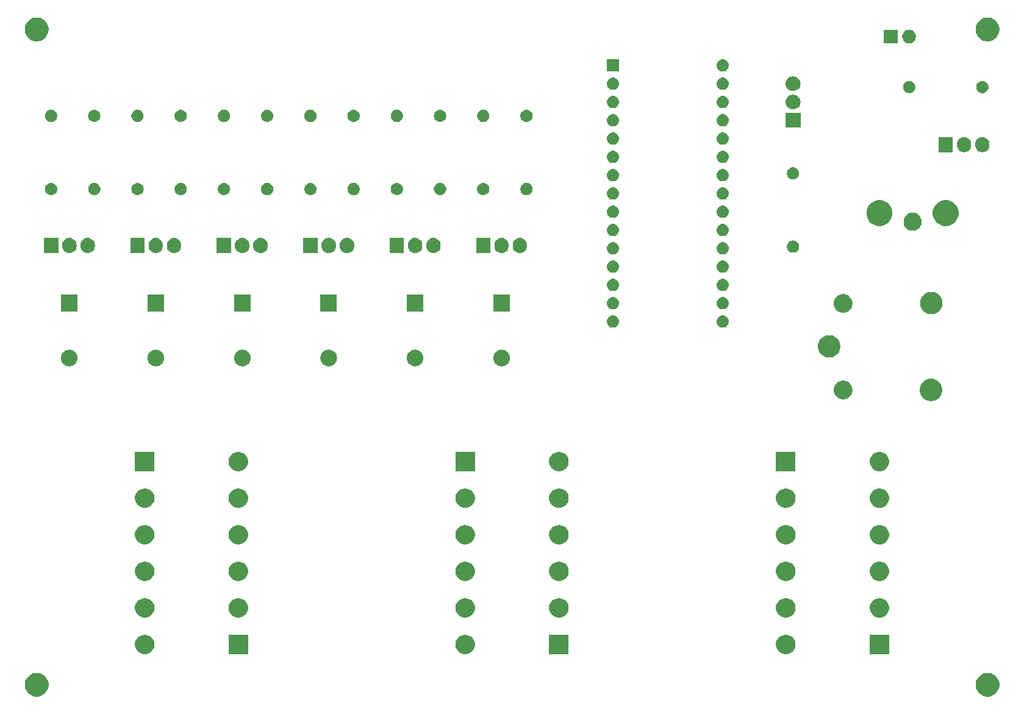
<source format=gbs>
G04 #@! TF.GenerationSoftware,KiCad,Pcbnew,5.1.4*
G04 #@! TF.CreationDate,2019-11-04T19:43:57+01:00*
G04 #@! TF.ProjectId,arduino-farm,61726475-696e-46f2-9d66-61726d2e6b69,rev?*
G04 #@! TF.SameCoordinates,Original*
G04 #@! TF.FileFunction,Soldermask,Bot*
G04 #@! TF.FilePolarity,Negative*
%FSLAX46Y46*%
G04 Gerber Fmt 4.6, Leading zero omitted, Abs format (unit mm)*
G04 Created by KiCad (PCBNEW 5.1.4) date 2019-11-04 19:43:57*
%MOMM*%
%LPD*%
G04 APERTURE LIST*
%ADD10C,0.100000*%
G04 APERTURE END LIST*
D10*
G36*
X192375256Y-149391298D02*
G01*
X192481579Y-149412447D01*
X192782042Y-149536903D01*
X193052451Y-149717585D01*
X193282415Y-149947549D01*
X193463097Y-150217958D01*
X193587553Y-150518421D01*
X193651000Y-150837391D01*
X193651000Y-151162609D01*
X193587553Y-151481579D01*
X193463097Y-151782042D01*
X193282415Y-152052451D01*
X193052451Y-152282415D01*
X192782042Y-152463097D01*
X192481579Y-152587553D01*
X192375256Y-152608702D01*
X192162611Y-152651000D01*
X191837389Y-152651000D01*
X191624744Y-152608702D01*
X191518421Y-152587553D01*
X191217958Y-152463097D01*
X190947549Y-152282415D01*
X190717585Y-152052451D01*
X190536903Y-151782042D01*
X190412447Y-151481579D01*
X190349000Y-151162609D01*
X190349000Y-150837391D01*
X190412447Y-150518421D01*
X190536903Y-150217958D01*
X190717585Y-149947549D01*
X190947549Y-149717585D01*
X191217958Y-149536903D01*
X191518421Y-149412447D01*
X191624744Y-149391298D01*
X191837389Y-149349000D01*
X192162611Y-149349000D01*
X192375256Y-149391298D01*
X192375256Y-149391298D01*
G37*
G36*
X60375256Y-149391298D02*
G01*
X60481579Y-149412447D01*
X60782042Y-149536903D01*
X61052451Y-149717585D01*
X61282415Y-149947549D01*
X61463097Y-150217958D01*
X61587553Y-150518421D01*
X61651000Y-150837391D01*
X61651000Y-151162609D01*
X61587553Y-151481579D01*
X61463097Y-151782042D01*
X61282415Y-152052451D01*
X61052451Y-152282415D01*
X60782042Y-152463097D01*
X60481579Y-152587553D01*
X60375256Y-152608702D01*
X60162611Y-152651000D01*
X59837389Y-152651000D01*
X59624744Y-152608702D01*
X59518421Y-152587553D01*
X59217958Y-152463097D01*
X58947549Y-152282415D01*
X58717585Y-152052451D01*
X58536903Y-151782042D01*
X58412447Y-151481579D01*
X58349000Y-151162609D01*
X58349000Y-150837391D01*
X58412447Y-150518421D01*
X58536903Y-150217958D01*
X58717585Y-149947549D01*
X58947549Y-149717585D01*
X59217958Y-149536903D01*
X59518421Y-149412447D01*
X59624744Y-149391298D01*
X59837389Y-149349000D01*
X60162611Y-149349000D01*
X60375256Y-149391298D01*
X60375256Y-149391298D01*
G37*
G36*
X89351000Y-146751000D02*
G01*
X86649000Y-146751000D01*
X86649000Y-144049000D01*
X89351000Y-144049000D01*
X89351000Y-146751000D01*
X89351000Y-146751000D01*
G37*
G36*
X119894072Y-144100918D02*
G01*
X120139939Y-144202759D01*
X120361212Y-144350610D01*
X120549390Y-144538788D01*
X120697241Y-144760061D01*
X120799082Y-145005928D01*
X120851000Y-145266938D01*
X120851000Y-145533062D01*
X120799082Y-145794072D01*
X120697241Y-146039939D01*
X120549390Y-146261212D01*
X120361212Y-146449390D01*
X120139939Y-146597241D01*
X120139938Y-146597242D01*
X120139937Y-146597242D01*
X119894072Y-146699082D01*
X119633063Y-146751000D01*
X119366937Y-146751000D01*
X119105928Y-146699082D01*
X118860063Y-146597242D01*
X118860062Y-146597242D01*
X118860061Y-146597241D01*
X118638788Y-146449390D01*
X118450610Y-146261212D01*
X118302759Y-146039939D01*
X118200918Y-145794072D01*
X118149000Y-145533062D01*
X118149000Y-145266938D01*
X118200918Y-145005928D01*
X118302759Y-144760061D01*
X118450610Y-144538788D01*
X118638788Y-144350610D01*
X118860061Y-144202759D01*
X119105928Y-144100918D01*
X119366937Y-144049000D01*
X119633063Y-144049000D01*
X119894072Y-144100918D01*
X119894072Y-144100918D01*
G37*
G36*
X178351000Y-146751000D02*
G01*
X175649000Y-146751000D01*
X175649000Y-144049000D01*
X178351000Y-144049000D01*
X178351000Y-146751000D01*
X178351000Y-146751000D01*
G37*
G36*
X133851000Y-146751000D02*
G01*
X131149000Y-146751000D01*
X131149000Y-144049000D01*
X133851000Y-144049000D01*
X133851000Y-146751000D01*
X133851000Y-146751000D01*
G37*
G36*
X164394072Y-144100918D02*
G01*
X164639939Y-144202759D01*
X164861212Y-144350610D01*
X165049390Y-144538788D01*
X165197241Y-144760061D01*
X165299082Y-145005928D01*
X165351000Y-145266938D01*
X165351000Y-145533062D01*
X165299082Y-145794072D01*
X165197241Y-146039939D01*
X165049390Y-146261212D01*
X164861212Y-146449390D01*
X164639939Y-146597241D01*
X164639938Y-146597242D01*
X164639937Y-146597242D01*
X164394072Y-146699082D01*
X164133063Y-146751000D01*
X163866937Y-146751000D01*
X163605928Y-146699082D01*
X163360063Y-146597242D01*
X163360062Y-146597242D01*
X163360061Y-146597241D01*
X163138788Y-146449390D01*
X162950610Y-146261212D01*
X162802759Y-146039939D01*
X162700918Y-145794072D01*
X162649000Y-145533062D01*
X162649000Y-145266938D01*
X162700918Y-145005928D01*
X162802759Y-144760061D01*
X162950610Y-144538788D01*
X163138788Y-144350610D01*
X163360061Y-144202759D01*
X163605928Y-144100918D01*
X163866937Y-144049000D01*
X164133063Y-144049000D01*
X164394072Y-144100918D01*
X164394072Y-144100918D01*
G37*
G36*
X75394072Y-144100918D02*
G01*
X75639939Y-144202759D01*
X75861212Y-144350610D01*
X76049390Y-144538788D01*
X76197241Y-144760061D01*
X76299082Y-145005928D01*
X76351000Y-145266938D01*
X76351000Y-145533062D01*
X76299082Y-145794072D01*
X76197241Y-146039939D01*
X76049390Y-146261212D01*
X75861212Y-146449390D01*
X75639939Y-146597241D01*
X75639938Y-146597242D01*
X75639937Y-146597242D01*
X75394072Y-146699082D01*
X75133063Y-146751000D01*
X74866937Y-146751000D01*
X74605928Y-146699082D01*
X74360063Y-146597242D01*
X74360062Y-146597242D01*
X74360061Y-146597241D01*
X74138788Y-146449390D01*
X73950610Y-146261212D01*
X73802759Y-146039939D01*
X73700918Y-145794072D01*
X73649000Y-145533062D01*
X73649000Y-145266938D01*
X73700918Y-145005928D01*
X73802759Y-144760061D01*
X73950610Y-144538788D01*
X74138788Y-144350610D01*
X74360061Y-144202759D01*
X74605928Y-144100918D01*
X74866937Y-144049000D01*
X75133063Y-144049000D01*
X75394072Y-144100918D01*
X75394072Y-144100918D01*
G37*
G36*
X119894072Y-139020918D02*
G01*
X120139939Y-139122759D01*
X120361212Y-139270610D01*
X120549390Y-139458788D01*
X120697241Y-139680061D01*
X120799082Y-139925928D01*
X120851000Y-140186938D01*
X120851000Y-140453062D01*
X120799082Y-140714072D01*
X120697241Y-140959939D01*
X120549390Y-141181212D01*
X120361212Y-141369390D01*
X120139939Y-141517241D01*
X120139938Y-141517242D01*
X120139937Y-141517242D01*
X119894072Y-141619082D01*
X119633063Y-141671000D01*
X119366937Y-141671000D01*
X119105928Y-141619082D01*
X118860063Y-141517242D01*
X118860062Y-141517242D01*
X118860061Y-141517241D01*
X118638788Y-141369390D01*
X118450610Y-141181212D01*
X118302759Y-140959939D01*
X118200918Y-140714072D01*
X118149000Y-140453062D01*
X118149000Y-140186938D01*
X118200918Y-139925928D01*
X118302759Y-139680061D01*
X118450610Y-139458788D01*
X118638788Y-139270610D01*
X118860061Y-139122759D01*
X119105928Y-139020918D01*
X119366937Y-138969000D01*
X119633063Y-138969000D01*
X119894072Y-139020918D01*
X119894072Y-139020918D01*
G37*
G36*
X88394072Y-139020918D02*
G01*
X88639939Y-139122759D01*
X88861212Y-139270610D01*
X89049390Y-139458788D01*
X89197241Y-139680061D01*
X89299082Y-139925928D01*
X89351000Y-140186938D01*
X89351000Y-140453062D01*
X89299082Y-140714072D01*
X89197241Y-140959939D01*
X89049390Y-141181212D01*
X88861212Y-141369390D01*
X88639939Y-141517241D01*
X88639938Y-141517242D01*
X88639937Y-141517242D01*
X88394072Y-141619082D01*
X88133063Y-141671000D01*
X87866937Y-141671000D01*
X87605928Y-141619082D01*
X87360063Y-141517242D01*
X87360062Y-141517242D01*
X87360061Y-141517241D01*
X87138788Y-141369390D01*
X86950610Y-141181212D01*
X86802759Y-140959939D01*
X86700918Y-140714072D01*
X86649000Y-140453062D01*
X86649000Y-140186938D01*
X86700918Y-139925928D01*
X86802759Y-139680061D01*
X86950610Y-139458788D01*
X87138788Y-139270610D01*
X87360061Y-139122759D01*
X87605928Y-139020918D01*
X87866937Y-138969000D01*
X88133063Y-138969000D01*
X88394072Y-139020918D01*
X88394072Y-139020918D01*
G37*
G36*
X75394072Y-139020918D02*
G01*
X75639939Y-139122759D01*
X75861212Y-139270610D01*
X76049390Y-139458788D01*
X76197241Y-139680061D01*
X76299082Y-139925928D01*
X76351000Y-140186938D01*
X76351000Y-140453062D01*
X76299082Y-140714072D01*
X76197241Y-140959939D01*
X76049390Y-141181212D01*
X75861212Y-141369390D01*
X75639939Y-141517241D01*
X75639938Y-141517242D01*
X75639937Y-141517242D01*
X75394072Y-141619082D01*
X75133063Y-141671000D01*
X74866937Y-141671000D01*
X74605928Y-141619082D01*
X74360063Y-141517242D01*
X74360062Y-141517242D01*
X74360061Y-141517241D01*
X74138788Y-141369390D01*
X73950610Y-141181212D01*
X73802759Y-140959939D01*
X73700918Y-140714072D01*
X73649000Y-140453062D01*
X73649000Y-140186938D01*
X73700918Y-139925928D01*
X73802759Y-139680061D01*
X73950610Y-139458788D01*
X74138788Y-139270610D01*
X74360061Y-139122759D01*
X74605928Y-139020918D01*
X74866937Y-138969000D01*
X75133063Y-138969000D01*
X75394072Y-139020918D01*
X75394072Y-139020918D01*
G37*
G36*
X164394072Y-139020918D02*
G01*
X164639939Y-139122759D01*
X164861212Y-139270610D01*
X165049390Y-139458788D01*
X165197241Y-139680061D01*
X165299082Y-139925928D01*
X165351000Y-140186938D01*
X165351000Y-140453062D01*
X165299082Y-140714072D01*
X165197241Y-140959939D01*
X165049390Y-141181212D01*
X164861212Y-141369390D01*
X164639939Y-141517241D01*
X164639938Y-141517242D01*
X164639937Y-141517242D01*
X164394072Y-141619082D01*
X164133063Y-141671000D01*
X163866937Y-141671000D01*
X163605928Y-141619082D01*
X163360063Y-141517242D01*
X163360062Y-141517242D01*
X163360061Y-141517241D01*
X163138788Y-141369390D01*
X162950610Y-141181212D01*
X162802759Y-140959939D01*
X162700918Y-140714072D01*
X162649000Y-140453062D01*
X162649000Y-140186938D01*
X162700918Y-139925928D01*
X162802759Y-139680061D01*
X162950610Y-139458788D01*
X163138788Y-139270610D01*
X163360061Y-139122759D01*
X163605928Y-139020918D01*
X163866937Y-138969000D01*
X164133063Y-138969000D01*
X164394072Y-139020918D01*
X164394072Y-139020918D01*
G37*
G36*
X132894072Y-139020918D02*
G01*
X133139939Y-139122759D01*
X133361212Y-139270610D01*
X133549390Y-139458788D01*
X133697241Y-139680061D01*
X133799082Y-139925928D01*
X133851000Y-140186938D01*
X133851000Y-140453062D01*
X133799082Y-140714072D01*
X133697241Y-140959939D01*
X133549390Y-141181212D01*
X133361212Y-141369390D01*
X133139939Y-141517241D01*
X133139938Y-141517242D01*
X133139937Y-141517242D01*
X132894072Y-141619082D01*
X132633063Y-141671000D01*
X132366937Y-141671000D01*
X132105928Y-141619082D01*
X131860063Y-141517242D01*
X131860062Y-141517242D01*
X131860061Y-141517241D01*
X131638788Y-141369390D01*
X131450610Y-141181212D01*
X131302759Y-140959939D01*
X131200918Y-140714072D01*
X131149000Y-140453062D01*
X131149000Y-140186938D01*
X131200918Y-139925928D01*
X131302759Y-139680061D01*
X131450610Y-139458788D01*
X131638788Y-139270610D01*
X131860061Y-139122759D01*
X132105928Y-139020918D01*
X132366937Y-138969000D01*
X132633063Y-138969000D01*
X132894072Y-139020918D01*
X132894072Y-139020918D01*
G37*
G36*
X177394072Y-139020918D02*
G01*
X177639939Y-139122759D01*
X177861212Y-139270610D01*
X178049390Y-139458788D01*
X178197241Y-139680061D01*
X178299082Y-139925928D01*
X178351000Y-140186938D01*
X178351000Y-140453062D01*
X178299082Y-140714072D01*
X178197241Y-140959939D01*
X178049390Y-141181212D01*
X177861212Y-141369390D01*
X177639939Y-141517241D01*
X177639938Y-141517242D01*
X177639937Y-141517242D01*
X177394072Y-141619082D01*
X177133063Y-141671000D01*
X176866937Y-141671000D01*
X176605928Y-141619082D01*
X176360063Y-141517242D01*
X176360062Y-141517242D01*
X176360061Y-141517241D01*
X176138788Y-141369390D01*
X175950610Y-141181212D01*
X175802759Y-140959939D01*
X175700918Y-140714072D01*
X175649000Y-140453062D01*
X175649000Y-140186938D01*
X175700918Y-139925928D01*
X175802759Y-139680061D01*
X175950610Y-139458788D01*
X176138788Y-139270610D01*
X176360061Y-139122759D01*
X176605928Y-139020918D01*
X176866937Y-138969000D01*
X177133063Y-138969000D01*
X177394072Y-139020918D01*
X177394072Y-139020918D01*
G37*
G36*
X164394072Y-133940918D02*
G01*
X164639939Y-134042759D01*
X164861212Y-134190610D01*
X165049390Y-134378788D01*
X165197241Y-134600061D01*
X165299082Y-134845928D01*
X165351000Y-135106938D01*
X165351000Y-135373062D01*
X165299082Y-135634072D01*
X165197241Y-135879939D01*
X165049390Y-136101212D01*
X164861212Y-136289390D01*
X164639939Y-136437241D01*
X164639938Y-136437242D01*
X164639937Y-136437242D01*
X164394072Y-136539082D01*
X164133063Y-136591000D01*
X163866937Y-136591000D01*
X163605928Y-136539082D01*
X163360063Y-136437242D01*
X163360062Y-136437242D01*
X163360061Y-136437241D01*
X163138788Y-136289390D01*
X162950610Y-136101212D01*
X162802759Y-135879939D01*
X162700918Y-135634072D01*
X162649000Y-135373062D01*
X162649000Y-135106938D01*
X162700918Y-134845928D01*
X162802759Y-134600061D01*
X162950610Y-134378788D01*
X163138788Y-134190610D01*
X163360061Y-134042759D01*
X163605928Y-133940918D01*
X163866937Y-133889000D01*
X164133063Y-133889000D01*
X164394072Y-133940918D01*
X164394072Y-133940918D01*
G37*
G36*
X88394072Y-133940918D02*
G01*
X88639939Y-134042759D01*
X88861212Y-134190610D01*
X89049390Y-134378788D01*
X89197241Y-134600061D01*
X89299082Y-134845928D01*
X89351000Y-135106938D01*
X89351000Y-135373062D01*
X89299082Y-135634072D01*
X89197241Y-135879939D01*
X89049390Y-136101212D01*
X88861212Y-136289390D01*
X88639939Y-136437241D01*
X88639938Y-136437242D01*
X88639937Y-136437242D01*
X88394072Y-136539082D01*
X88133063Y-136591000D01*
X87866937Y-136591000D01*
X87605928Y-136539082D01*
X87360063Y-136437242D01*
X87360062Y-136437242D01*
X87360061Y-136437241D01*
X87138788Y-136289390D01*
X86950610Y-136101212D01*
X86802759Y-135879939D01*
X86700918Y-135634072D01*
X86649000Y-135373062D01*
X86649000Y-135106938D01*
X86700918Y-134845928D01*
X86802759Y-134600061D01*
X86950610Y-134378788D01*
X87138788Y-134190610D01*
X87360061Y-134042759D01*
X87605928Y-133940918D01*
X87866937Y-133889000D01*
X88133063Y-133889000D01*
X88394072Y-133940918D01*
X88394072Y-133940918D01*
G37*
G36*
X132894072Y-133940918D02*
G01*
X133139939Y-134042759D01*
X133361212Y-134190610D01*
X133549390Y-134378788D01*
X133697241Y-134600061D01*
X133799082Y-134845928D01*
X133851000Y-135106938D01*
X133851000Y-135373062D01*
X133799082Y-135634072D01*
X133697241Y-135879939D01*
X133549390Y-136101212D01*
X133361212Y-136289390D01*
X133139939Y-136437241D01*
X133139938Y-136437242D01*
X133139937Y-136437242D01*
X132894072Y-136539082D01*
X132633063Y-136591000D01*
X132366937Y-136591000D01*
X132105928Y-136539082D01*
X131860063Y-136437242D01*
X131860062Y-136437242D01*
X131860061Y-136437241D01*
X131638788Y-136289390D01*
X131450610Y-136101212D01*
X131302759Y-135879939D01*
X131200918Y-135634072D01*
X131149000Y-135373062D01*
X131149000Y-135106938D01*
X131200918Y-134845928D01*
X131302759Y-134600061D01*
X131450610Y-134378788D01*
X131638788Y-134190610D01*
X131860061Y-134042759D01*
X132105928Y-133940918D01*
X132366937Y-133889000D01*
X132633063Y-133889000D01*
X132894072Y-133940918D01*
X132894072Y-133940918D01*
G37*
G36*
X177394072Y-133940918D02*
G01*
X177639939Y-134042759D01*
X177861212Y-134190610D01*
X178049390Y-134378788D01*
X178197241Y-134600061D01*
X178299082Y-134845928D01*
X178351000Y-135106938D01*
X178351000Y-135373062D01*
X178299082Y-135634072D01*
X178197241Y-135879939D01*
X178049390Y-136101212D01*
X177861212Y-136289390D01*
X177639939Y-136437241D01*
X177639938Y-136437242D01*
X177639937Y-136437242D01*
X177394072Y-136539082D01*
X177133063Y-136591000D01*
X176866937Y-136591000D01*
X176605928Y-136539082D01*
X176360063Y-136437242D01*
X176360062Y-136437242D01*
X176360061Y-136437241D01*
X176138788Y-136289390D01*
X175950610Y-136101212D01*
X175802759Y-135879939D01*
X175700918Y-135634072D01*
X175649000Y-135373062D01*
X175649000Y-135106938D01*
X175700918Y-134845928D01*
X175802759Y-134600061D01*
X175950610Y-134378788D01*
X176138788Y-134190610D01*
X176360061Y-134042759D01*
X176605928Y-133940918D01*
X176866937Y-133889000D01*
X177133063Y-133889000D01*
X177394072Y-133940918D01*
X177394072Y-133940918D01*
G37*
G36*
X119894072Y-133940918D02*
G01*
X120139939Y-134042759D01*
X120361212Y-134190610D01*
X120549390Y-134378788D01*
X120697241Y-134600061D01*
X120799082Y-134845928D01*
X120851000Y-135106938D01*
X120851000Y-135373062D01*
X120799082Y-135634072D01*
X120697241Y-135879939D01*
X120549390Y-136101212D01*
X120361212Y-136289390D01*
X120139939Y-136437241D01*
X120139938Y-136437242D01*
X120139937Y-136437242D01*
X119894072Y-136539082D01*
X119633063Y-136591000D01*
X119366937Y-136591000D01*
X119105928Y-136539082D01*
X118860063Y-136437242D01*
X118860062Y-136437242D01*
X118860061Y-136437241D01*
X118638788Y-136289390D01*
X118450610Y-136101212D01*
X118302759Y-135879939D01*
X118200918Y-135634072D01*
X118149000Y-135373062D01*
X118149000Y-135106938D01*
X118200918Y-134845928D01*
X118302759Y-134600061D01*
X118450610Y-134378788D01*
X118638788Y-134190610D01*
X118860061Y-134042759D01*
X119105928Y-133940918D01*
X119366937Y-133889000D01*
X119633063Y-133889000D01*
X119894072Y-133940918D01*
X119894072Y-133940918D01*
G37*
G36*
X75394072Y-133940918D02*
G01*
X75639939Y-134042759D01*
X75861212Y-134190610D01*
X76049390Y-134378788D01*
X76197241Y-134600061D01*
X76299082Y-134845928D01*
X76351000Y-135106938D01*
X76351000Y-135373062D01*
X76299082Y-135634072D01*
X76197241Y-135879939D01*
X76049390Y-136101212D01*
X75861212Y-136289390D01*
X75639939Y-136437241D01*
X75639938Y-136437242D01*
X75639937Y-136437242D01*
X75394072Y-136539082D01*
X75133063Y-136591000D01*
X74866937Y-136591000D01*
X74605928Y-136539082D01*
X74360063Y-136437242D01*
X74360062Y-136437242D01*
X74360061Y-136437241D01*
X74138788Y-136289390D01*
X73950610Y-136101212D01*
X73802759Y-135879939D01*
X73700918Y-135634072D01*
X73649000Y-135373062D01*
X73649000Y-135106938D01*
X73700918Y-134845928D01*
X73802759Y-134600061D01*
X73950610Y-134378788D01*
X74138788Y-134190610D01*
X74360061Y-134042759D01*
X74605928Y-133940918D01*
X74866937Y-133889000D01*
X75133063Y-133889000D01*
X75394072Y-133940918D01*
X75394072Y-133940918D01*
G37*
G36*
X164394072Y-128860918D02*
G01*
X164639939Y-128962759D01*
X164861212Y-129110610D01*
X165049390Y-129298788D01*
X165197241Y-129520061D01*
X165299082Y-129765928D01*
X165351000Y-130026938D01*
X165351000Y-130293062D01*
X165299082Y-130554072D01*
X165197241Y-130799939D01*
X165049390Y-131021212D01*
X164861212Y-131209390D01*
X164639939Y-131357241D01*
X164639938Y-131357242D01*
X164639937Y-131357242D01*
X164394072Y-131459082D01*
X164133063Y-131511000D01*
X163866937Y-131511000D01*
X163605928Y-131459082D01*
X163360063Y-131357242D01*
X163360062Y-131357242D01*
X163360061Y-131357241D01*
X163138788Y-131209390D01*
X162950610Y-131021212D01*
X162802759Y-130799939D01*
X162700918Y-130554072D01*
X162649000Y-130293062D01*
X162649000Y-130026938D01*
X162700918Y-129765928D01*
X162802759Y-129520061D01*
X162950610Y-129298788D01*
X163138788Y-129110610D01*
X163360061Y-128962759D01*
X163605928Y-128860918D01*
X163866937Y-128809000D01*
X164133063Y-128809000D01*
X164394072Y-128860918D01*
X164394072Y-128860918D01*
G37*
G36*
X88394072Y-128860918D02*
G01*
X88639939Y-128962759D01*
X88861212Y-129110610D01*
X89049390Y-129298788D01*
X89197241Y-129520061D01*
X89299082Y-129765928D01*
X89351000Y-130026938D01*
X89351000Y-130293062D01*
X89299082Y-130554072D01*
X89197241Y-130799939D01*
X89049390Y-131021212D01*
X88861212Y-131209390D01*
X88639939Y-131357241D01*
X88639938Y-131357242D01*
X88639937Y-131357242D01*
X88394072Y-131459082D01*
X88133063Y-131511000D01*
X87866937Y-131511000D01*
X87605928Y-131459082D01*
X87360063Y-131357242D01*
X87360062Y-131357242D01*
X87360061Y-131357241D01*
X87138788Y-131209390D01*
X86950610Y-131021212D01*
X86802759Y-130799939D01*
X86700918Y-130554072D01*
X86649000Y-130293062D01*
X86649000Y-130026938D01*
X86700918Y-129765928D01*
X86802759Y-129520061D01*
X86950610Y-129298788D01*
X87138788Y-129110610D01*
X87360061Y-128962759D01*
X87605928Y-128860918D01*
X87866937Y-128809000D01*
X88133063Y-128809000D01*
X88394072Y-128860918D01*
X88394072Y-128860918D01*
G37*
G36*
X75394072Y-128860918D02*
G01*
X75639939Y-128962759D01*
X75861212Y-129110610D01*
X76049390Y-129298788D01*
X76197241Y-129520061D01*
X76299082Y-129765928D01*
X76351000Y-130026938D01*
X76351000Y-130293062D01*
X76299082Y-130554072D01*
X76197241Y-130799939D01*
X76049390Y-131021212D01*
X75861212Y-131209390D01*
X75639939Y-131357241D01*
X75639938Y-131357242D01*
X75639937Y-131357242D01*
X75394072Y-131459082D01*
X75133063Y-131511000D01*
X74866937Y-131511000D01*
X74605928Y-131459082D01*
X74360063Y-131357242D01*
X74360062Y-131357242D01*
X74360061Y-131357241D01*
X74138788Y-131209390D01*
X73950610Y-131021212D01*
X73802759Y-130799939D01*
X73700918Y-130554072D01*
X73649000Y-130293062D01*
X73649000Y-130026938D01*
X73700918Y-129765928D01*
X73802759Y-129520061D01*
X73950610Y-129298788D01*
X74138788Y-129110610D01*
X74360061Y-128962759D01*
X74605928Y-128860918D01*
X74866937Y-128809000D01*
X75133063Y-128809000D01*
X75394072Y-128860918D01*
X75394072Y-128860918D01*
G37*
G36*
X177394072Y-128860918D02*
G01*
X177639939Y-128962759D01*
X177861212Y-129110610D01*
X178049390Y-129298788D01*
X178197241Y-129520061D01*
X178299082Y-129765928D01*
X178351000Y-130026938D01*
X178351000Y-130293062D01*
X178299082Y-130554072D01*
X178197241Y-130799939D01*
X178049390Y-131021212D01*
X177861212Y-131209390D01*
X177639939Y-131357241D01*
X177639938Y-131357242D01*
X177639937Y-131357242D01*
X177394072Y-131459082D01*
X177133063Y-131511000D01*
X176866937Y-131511000D01*
X176605928Y-131459082D01*
X176360063Y-131357242D01*
X176360062Y-131357242D01*
X176360061Y-131357241D01*
X176138788Y-131209390D01*
X175950610Y-131021212D01*
X175802759Y-130799939D01*
X175700918Y-130554072D01*
X175649000Y-130293062D01*
X175649000Y-130026938D01*
X175700918Y-129765928D01*
X175802759Y-129520061D01*
X175950610Y-129298788D01*
X176138788Y-129110610D01*
X176360061Y-128962759D01*
X176605928Y-128860918D01*
X176866937Y-128809000D01*
X177133063Y-128809000D01*
X177394072Y-128860918D01*
X177394072Y-128860918D01*
G37*
G36*
X119894072Y-128860918D02*
G01*
X120139939Y-128962759D01*
X120361212Y-129110610D01*
X120549390Y-129298788D01*
X120697241Y-129520061D01*
X120799082Y-129765928D01*
X120851000Y-130026938D01*
X120851000Y-130293062D01*
X120799082Y-130554072D01*
X120697241Y-130799939D01*
X120549390Y-131021212D01*
X120361212Y-131209390D01*
X120139939Y-131357241D01*
X120139938Y-131357242D01*
X120139937Y-131357242D01*
X119894072Y-131459082D01*
X119633063Y-131511000D01*
X119366937Y-131511000D01*
X119105928Y-131459082D01*
X118860063Y-131357242D01*
X118860062Y-131357242D01*
X118860061Y-131357241D01*
X118638788Y-131209390D01*
X118450610Y-131021212D01*
X118302759Y-130799939D01*
X118200918Y-130554072D01*
X118149000Y-130293062D01*
X118149000Y-130026938D01*
X118200918Y-129765928D01*
X118302759Y-129520061D01*
X118450610Y-129298788D01*
X118638788Y-129110610D01*
X118860061Y-128962759D01*
X119105928Y-128860918D01*
X119366937Y-128809000D01*
X119633063Y-128809000D01*
X119894072Y-128860918D01*
X119894072Y-128860918D01*
G37*
G36*
X132894072Y-128860918D02*
G01*
X133139939Y-128962759D01*
X133361212Y-129110610D01*
X133549390Y-129298788D01*
X133697241Y-129520061D01*
X133799082Y-129765928D01*
X133851000Y-130026938D01*
X133851000Y-130293062D01*
X133799082Y-130554072D01*
X133697241Y-130799939D01*
X133549390Y-131021212D01*
X133361212Y-131209390D01*
X133139939Y-131357241D01*
X133139938Y-131357242D01*
X133139937Y-131357242D01*
X132894072Y-131459082D01*
X132633063Y-131511000D01*
X132366937Y-131511000D01*
X132105928Y-131459082D01*
X131860063Y-131357242D01*
X131860062Y-131357242D01*
X131860061Y-131357241D01*
X131638788Y-131209390D01*
X131450610Y-131021212D01*
X131302759Y-130799939D01*
X131200918Y-130554072D01*
X131149000Y-130293062D01*
X131149000Y-130026938D01*
X131200918Y-129765928D01*
X131302759Y-129520061D01*
X131450610Y-129298788D01*
X131638788Y-129110610D01*
X131860061Y-128962759D01*
X132105928Y-128860918D01*
X132366937Y-128809000D01*
X132633063Y-128809000D01*
X132894072Y-128860918D01*
X132894072Y-128860918D01*
G37*
G36*
X132894072Y-123780918D02*
G01*
X133139939Y-123882759D01*
X133361212Y-124030610D01*
X133549390Y-124218788D01*
X133697241Y-124440061D01*
X133799082Y-124685928D01*
X133851000Y-124946938D01*
X133851000Y-125213062D01*
X133799082Y-125474072D01*
X133697241Y-125719939D01*
X133549390Y-125941212D01*
X133361212Y-126129390D01*
X133139939Y-126277241D01*
X133139938Y-126277242D01*
X133139937Y-126277242D01*
X132894072Y-126379082D01*
X132633063Y-126431000D01*
X132366937Y-126431000D01*
X132105928Y-126379082D01*
X131860063Y-126277242D01*
X131860062Y-126277242D01*
X131860061Y-126277241D01*
X131638788Y-126129390D01*
X131450610Y-125941212D01*
X131302759Y-125719939D01*
X131200918Y-125474072D01*
X131149000Y-125213062D01*
X131149000Y-124946938D01*
X131200918Y-124685928D01*
X131302759Y-124440061D01*
X131450610Y-124218788D01*
X131638788Y-124030610D01*
X131860061Y-123882759D01*
X132105928Y-123780918D01*
X132366937Y-123729000D01*
X132633063Y-123729000D01*
X132894072Y-123780918D01*
X132894072Y-123780918D01*
G37*
G36*
X119894072Y-123780918D02*
G01*
X120139939Y-123882759D01*
X120361212Y-124030610D01*
X120549390Y-124218788D01*
X120697241Y-124440061D01*
X120799082Y-124685928D01*
X120851000Y-124946938D01*
X120851000Y-125213062D01*
X120799082Y-125474072D01*
X120697241Y-125719939D01*
X120549390Y-125941212D01*
X120361212Y-126129390D01*
X120139939Y-126277241D01*
X120139938Y-126277242D01*
X120139937Y-126277242D01*
X119894072Y-126379082D01*
X119633063Y-126431000D01*
X119366937Y-126431000D01*
X119105928Y-126379082D01*
X118860063Y-126277242D01*
X118860062Y-126277242D01*
X118860061Y-126277241D01*
X118638788Y-126129390D01*
X118450610Y-125941212D01*
X118302759Y-125719939D01*
X118200918Y-125474072D01*
X118149000Y-125213062D01*
X118149000Y-124946938D01*
X118200918Y-124685928D01*
X118302759Y-124440061D01*
X118450610Y-124218788D01*
X118638788Y-124030610D01*
X118860061Y-123882759D01*
X119105928Y-123780918D01*
X119366937Y-123729000D01*
X119633063Y-123729000D01*
X119894072Y-123780918D01*
X119894072Y-123780918D01*
G37*
G36*
X164394072Y-123780918D02*
G01*
X164639939Y-123882759D01*
X164861212Y-124030610D01*
X165049390Y-124218788D01*
X165197241Y-124440061D01*
X165299082Y-124685928D01*
X165351000Y-124946938D01*
X165351000Y-125213062D01*
X165299082Y-125474072D01*
X165197241Y-125719939D01*
X165049390Y-125941212D01*
X164861212Y-126129390D01*
X164639939Y-126277241D01*
X164639938Y-126277242D01*
X164639937Y-126277242D01*
X164394072Y-126379082D01*
X164133063Y-126431000D01*
X163866937Y-126431000D01*
X163605928Y-126379082D01*
X163360063Y-126277242D01*
X163360062Y-126277242D01*
X163360061Y-126277241D01*
X163138788Y-126129390D01*
X162950610Y-125941212D01*
X162802759Y-125719939D01*
X162700918Y-125474072D01*
X162649000Y-125213062D01*
X162649000Y-124946938D01*
X162700918Y-124685928D01*
X162802759Y-124440061D01*
X162950610Y-124218788D01*
X163138788Y-124030610D01*
X163360061Y-123882759D01*
X163605928Y-123780918D01*
X163866937Y-123729000D01*
X164133063Y-123729000D01*
X164394072Y-123780918D01*
X164394072Y-123780918D01*
G37*
G36*
X177394072Y-123780918D02*
G01*
X177639939Y-123882759D01*
X177861212Y-124030610D01*
X178049390Y-124218788D01*
X178197241Y-124440061D01*
X178299082Y-124685928D01*
X178351000Y-124946938D01*
X178351000Y-125213062D01*
X178299082Y-125474072D01*
X178197241Y-125719939D01*
X178049390Y-125941212D01*
X177861212Y-126129390D01*
X177639939Y-126277241D01*
X177639938Y-126277242D01*
X177639937Y-126277242D01*
X177394072Y-126379082D01*
X177133063Y-126431000D01*
X176866937Y-126431000D01*
X176605928Y-126379082D01*
X176360063Y-126277242D01*
X176360062Y-126277242D01*
X176360061Y-126277241D01*
X176138788Y-126129390D01*
X175950610Y-125941212D01*
X175802759Y-125719939D01*
X175700918Y-125474072D01*
X175649000Y-125213062D01*
X175649000Y-124946938D01*
X175700918Y-124685928D01*
X175802759Y-124440061D01*
X175950610Y-124218788D01*
X176138788Y-124030610D01*
X176360061Y-123882759D01*
X176605928Y-123780918D01*
X176866937Y-123729000D01*
X177133063Y-123729000D01*
X177394072Y-123780918D01*
X177394072Y-123780918D01*
G37*
G36*
X75394072Y-123780918D02*
G01*
X75639939Y-123882759D01*
X75861212Y-124030610D01*
X76049390Y-124218788D01*
X76197241Y-124440061D01*
X76299082Y-124685928D01*
X76351000Y-124946938D01*
X76351000Y-125213062D01*
X76299082Y-125474072D01*
X76197241Y-125719939D01*
X76049390Y-125941212D01*
X75861212Y-126129390D01*
X75639939Y-126277241D01*
X75639938Y-126277242D01*
X75639937Y-126277242D01*
X75394072Y-126379082D01*
X75133063Y-126431000D01*
X74866937Y-126431000D01*
X74605928Y-126379082D01*
X74360063Y-126277242D01*
X74360062Y-126277242D01*
X74360061Y-126277241D01*
X74138788Y-126129390D01*
X73950610Y-125941212D01*
X73802759Y-125719939D01*
X73700918Y-125474072D01*
X73649000Y-125213062D01*
X73649000Y-124946938D01*
X73700918Y-124685928D01*
X73802759Y-124440061D01*
X73950610Y-124218788D01*
X74138788Y-124030610D01*
X74360061Y-123882759D01*
X74605928Y-123780918D01*
X74866937Y-123729000D01*
X75133063Y-123729000D01*
X75394072Y-123780918D01*
X75394072Y-123780918D01*
G37*
G36*
X88394072Y-123780918D02*
G01*
X88639939Y-123882759D01*
X88861212Y-124030610D01*
X89049390Y-124218788D01*
X89197241Y-124440061D01*
X89299082Y-124685928D01*
X89351000Y-124946938D01*
X89351000Y-125213062D01*
X89299082Y-125474072D01*
X89197241Y-125719939D01*
X89049390Y-125941212D01*
X88861212Y-126129390D01*
X88639939Y-126277241D01*
X88639938Y-126277242D01*
X88639937Y-126277242D01*
X88394072Y-126379082D01*
X88133063Y-126431000D01*
X87866937Y-126431000D01*
X87605928Y-126379082D01*
X87360063Y-126277242D01*
X87360062Y-126277242D01*
X87360061Y-126277241D01*
X87138788Y-126129390D01*
X86950610Y-125941212D01*
X86802759Y-125719939D01*
X86700918Y-125474072D01*
X86649000Y-125213062D01*
X86649000Y-124946938D01*
X86700918Y-124685928D01*
X86802759Y-124440061D01*
X86950610Y-124218788D01*
X87138788Y-124030610D01*
X87360061Y-123882759D01*
X87605928Y-123780918D01*
X87866937Y-123729000D01*
X88133063Y-123729000D01*
X88394072Y-123780918D01*
X88394072Y-123780918D01*
G37*
G36*
X76351000Y-121351000D02*
G01*
X73649000Y-121351000D01*
X73649000Y-118649000D01*
X76351000Y-118649000D01*
X76351000Y-121351000D01*
X76351000Y-121351000D01*
G37*
G36*
X177394072Y-118700918D02*
G01*
X177639939Y-118802759D01*
X177861212Y-118950610D01*
X178049390Y-119138788D01*
X178197241Y-119360061D01*
X178299082Y-119605928D01*
X178351000Y-119866938D01*
X178351000Y-120133062D01*
X178299082Y-120394072D01*
X178197241Y-120639939D01*
X178049390Y-120861212D01*
X177861212Y-121049390D01*
X177639939Y-121197241D01*
X177639938Y-121197242D01*
X177639937Y-121197242D01*
X177394072Y-121299082D01*
X177133063Y-121351000D01*
X176866937Y-121351000D01*
X176605928Y-121299082D01*
X176360063Y-121197242D01*
X176360062Y-121197242D01*
X176360061Y-121197241D01*
X176138788Y-121049390D01*
X175950610Y-120861212D01*
X175802759Y-120639939D01*
X175700918Y-120394072D01*
X175649000Y-120133062D01*
X175649000Y-119866938D01*
X175700918Y-119605928D01*
X175802759Y-119360061D01*
X175950610Y-119138788D01*
X176138788Y-118950610D01*
X176360061Y-118802759D01*
X176605928Y-118700918D01*
X176866937Y-118649000D01*
X177133063Y-118649000D01*
X177394072Y-118700918D01*
X177394072Y-118700918D01*
G37*
G36*
X165351000Y-121351000D02*
G01*
X162649000Y-121351000D01*
X162649000Y-118649000D01*
X165351000Y-118649000D01*
X165351000Y-121351000D01*
X165351000Y-121351000D01*
G37*
G36*
X132894072Y-118700918D02*
G01*
X133139939Y-118802759D01*
X133361212Y-118950610D01*
X133549390Y-119138788D01*
X133697241Y-119360061D01*
X133799082Y-119605928D01*
X133851000Y-119866938D01*
X133851000Y-120133062D01*
X133799082Y-120394072D01*
X133697241Y-120639939D01*
X133549390Y-120861212D01*
X133361212Y-121049390D01*
X133139939Y-121197241D01*
X133139938Y-121197242D01*
X133139937Y-121197242D01*
X132894072Y-121299082D01*
X132633063Y-121351000D01*
X132366937Y-121351000D01*
X132105928Y-121299082D01*
X131860063Y-121197242D01*
X131860062Y-121197242D01*
X131860061Y-121197241D01*
X131638788Y-121049390D01*
X131450610Y-120861212D01*
X131302759Y-120639939D01*
X131200918Y-120394072D01*
X131149000Y-120133062D01*
X131149000Y-119866938D01*
X131200918Y-119605928D01*
X131302759Y-119360061D01*
X131450610Y-119138788D01*
X131638788Y-118950610D01*
X131860061Y-118802759D01*
X132105928Y-118700918D01*
X132366937Y-118649000D01*
X132633063Y-118649000D01*
X132894072Y-118700918D01*
X132894072Y-118700918D01*
G37*
G36*
X120851000Y-121351000D02*
G01*
X118149000Y-121351000D01*
X118149000Y-118649000D01*
X120851000Y-118649000D01*
X120851000Y-121351000D01*
X120851000Y-121351000D01*
G37*
G36*
X88394072Y-118700918D02*
G01*
X88639939Y-118802759D01*
X88861212Y-118950610D01*
X89049390Y-119138788D01*
X89197241Y-119360061D01*
X89299082Y-119605928D01*
X89351000Y-119866938D01*
X89351000Y-120133062D01*
X89299082Y-120394072D01*
X89197241Y-120639939D01*
X89049390Y-120861212D01*
X88861212Y-121049390D01*
X88639939Y-121197241D01*
X88639938Y-121197242D01*
X88639937Y-121197242D01*
X88394072Y-121299082D01*
X88133063Y-121351000D01*
X87866937Y-121351000D01*
X87605928Y-121299082D01*
X87360063Y-121197242D01*
X87360062Y-121197242D01*
X87360061Y-121197241D01*
X87138788Y-121049390D01*
X86950610Y-120861212D01*
X86802759Y-120639939D01*
X86700918Y-120394072D01*
X86649000Y-120133062D01*
X86649000Y-119866938D01*
X86700918Y-119605928D01*
X86802759Y-119360061D01*
X86950610Y-119138788D01*
X87138788Y-118950610D01*
X87360061Y-118802759D01*
X87605928Y-118700918D01*
X87866937Y-118649000D01*
X88133063Y-118649000D01*
X88394072Y-118700918D01*
X88394072Y-118700918D01*
G37*
G36*
X184452585Y-108528802D02*
G01*
X184602410Y-108558604D01*
X184884674Y-108675521D01*
X185138705Y-108845259D01*
X185354741Y-109061295D01*
X185524479Y-109315326D01*
X185641396Y-109597590D01*
X185701000Y-109897240D01*
X185701000Y-110202760D01*
X185641396Y-110502410D01*
X185524479Y-110784674D01*
X185354741Y-111038705D01*
X185138705Y-111254741D01*
X184884674Y-111424479D01*
X184602410Y-111541396D01*
X184452585Y-111571198D01*
X184302761Y-111601000D01*
X183997239Y-111601000D01*
X183847415Y-111571198D01*
X183697590Y-111541396D01*
X183415326Y-111424479D01*
X183161295Y-111254741D01*
X182945259Y-111038705D01*
X182775521Y-110784674D01*
X182658604Y-110502410D01*
X182599000Y-110202760D01*
X182599000Y-109897240D01*
X182658604Y-109597590D01*
X182775521Y-109315326D01*
X182945259Y-109061295D01*
X183161295Y-108845259D01*
X183415326Y-108675521D01*
X183697590Y-108558604D01*
X183847415Y-108528802D01*
X183997239Y-108499000D01*
X184302761Y-108499000D01*
X184452585Y-108528802D01*
X184452585Y-108528802D01*
G37*
G36*
X172329487Y-108798996D02*
G01*
X172566253Y-108897068D01*
X172566255Y-108897069D01*
X172779339Y-109039447D01*
X172960553Y-109220661D01*
X173102932Y-109433747D01*
X173201004Y-109670513D01*
X173251000Y-109921861D01*
X173251000Y-110178139D01*
X173201004Y-110429487D01*
X173170798Y-110502410D01*
X173102931Y-110666255D01*
X172960553Y-110879339D01*
X172779339Y-111060553D01*
X172566255Y-111202931D01*
X172566254Y-111202932D01*
X172566253Y-111202932D01*
X172329487Y-111301004D01*
X172078139Y-111351000D01*
X171821861Y-111351000D01*
X171570513Y-111301004D01*
X171333747Y-111202932D01*
X171333746Y-111202932D01*
X171333745Y-111202931D01*
X171120661Y-111060553D01*
X170939447Y-110879339D01*
X170797069Y-110666255D01*
X170729202Y-110502410D01*
X170698996Y-110429487D01*
X170649000Y-110178139D01*
X170649000Y-109921861D01*
X170698996Y-109670513D01*
X170797068Y-109433747D01*
X170939447Y-109220661D01*
X171120661Y-109039447D01*
X171333745Y-108897069D01*
X171333747Y-108897068D01*
X171570513Y-108798996D01*
X171821861Y-108749000D01*
X172078139Y-108749000D01*
X172329487Y-108798996D01*
X172329487Y-108798996D01*
G37*
G36*
X64709271Y-104480103D02*
G01*
X64765635Y-104485654D01*
X64982600Y-104551470D01*
X64982602Y-104551471D01*
X65182555Y-104658347D01*
X65357818Y-104802182D01*
X65501653Y-104977445D01*
X65608529Y-105177398D01*
X65608530Y-105177400D01*
X65674346Y-105394365D01*
X65674346Y-105394366D01*
X65696569Y-105620000D01*
X65674346Y-105845634D01*
X65608529Y-106062602D01*
X65501653Y-106262555D01*
X65357818Y-106437818D01*
X65182555Y-106581653D01*
X64982602Y-106688529D01*
X64982600Y-106688530D01*
X64765635Y-106754346D01*
X64709271Y-106759897D01*
X64596545Y-106771000D01*
X64483455Y-106771000D01*
X64370729Y-106759897D01*
X64314365Y-106754346D01*
X64097400Y-106688530D01*
X64097398Y-106688529D01*
X63897445Y-106581653D01*
X63722182Y-106437818D01*
X63578347Y-106262555D01*
X63471471Y-106062602D01*
X63405654Y-105845634D01*
X63383431Y-105620000D01*
X63405654Y-105394366D01*
X63405654Y-105394365D01*
X63471470Y-105177400D01*
X63471471Y-105177398D01*
X63578347Y-104977445D01*
X63722182Y-104802182D01*
X63897445Y-104658347D01*
X64097398Y-104551471D01*
X64097400Y-104551470D01*
X64314365Y-104485654D01*
X64370729Y-104480103D01*
X64483455Y-104469000D01*
X64596545Y-104469000D01*
X64709271Y-104480103D01*
X64709271Y-104480103D01*
G37*
G36*
X76709271Y-104480103D02*
G01*
X76765635Y-104485654D01*
X76982600Y-104551470D01*
X76982602Y-104551471D01*
X77182555Y-104658347D01*
X77357818Y-104802182D01*
X77501653Y-104977445D01*
X77608529Y-105177398D01*
X77608530Y-105177400D01*
X77674346Y-105394365D01*
X77674346Y-105394366D01*
X77696569Y-105620000D01*
X77674346Y-105845634D01*
X77608529Y-106062602D01*
X77501653Y-106262555D01*
X77357818Y-106437818D01*
X77182555Y-106581653D01*
X76982602Y-106688529D01*
X76982600Y-106688530D01*
X76765635Y-106754346D01*
X76709271Y-106759897D01*
X76596545Y-106771000D01*
X76483455Y-106771000D01*
X76370729Y-106759897D01*
X76314365Y-106754346D01*
X76097400Y-106688530D01*
X76097398Y-106688529D01*
X75897445Y-106581653D01*
X75722182Y-106437818D01*
X75578347Y-106262555D01*
X75471471Y-106062602D01*
X75405654Y-105845634D01*
X75383431Y-105620000D01*
X75405654Y-105394366D01*
X75405654Y-105394365D01*
X75471470Y-105177400D01*
X75471471Y-105177398D01*
X75578347Y-104977445D01*
X75722182Y-104802182D01*
X75897445Y-104658347D01*
X76097398Y-104551471D01*
X76097400Y-104551470D01*
X76314365Y-104485654D01*
X76370729Y-104480103D01*
X76483455Y-104469000D01*
X76596545Y-104469000D01*
X76709271Y-104480103D01*
X76709271Y-104480103D01*
G37*
G36*
X100709271Y-104480103D02*
G01*
X100765635Y-104485654D01*
X100982600Y-104551470D01*
X100982602Y-104551471D01*
X101182555Y-104658347D01*
X101357818Y-104802182D01*
X101501653Y-104977445D01*
X101608529Y-105177398D01*
X101608530Y-105177400D01*
X101674346Y-105394365D01*
X101674346Y-105394366D01*
X101696569Y-105620000D01*
X101674346Y-105845634D01*
X101608529Y-106062602D01*
X101501653Y-106262555D01*
X101357818Y-106437818D01*
X101182555Y-106581653D01*
X100982602Y-106688529D01*
X100982600Y-106688530D01*
X100765635Y-106754346D01*
X100709271Y-106759897D01*
X100596545Y-106771000D01*
X100483455Y-106771000D01*
X100370729Y-106759897D01*
X100314365Y-106754346D01*
X100097400Y-106688530D01*
X100097398Y-106688529D01*
X99897445Y-106581653D01*
X99722182Y-106437818D01*
X99578347Y-106262555D01*
X99471471Y-106062602D01*
X99405654Y-105845634D01*
X99383431Y-105620000D01*
X99405654Y-105394366D01*
X99405654Y-105394365D01*
X99471470Y-105177400D01*
X99471471Y-105177398D01*
X99578347Y-104977445D01*
X99722182Y-104802182D01*
X99897445Y-104658347D01*
X100097398Y-104551471D01*
X100097400Y-104551470D01*
X100314365Y-104485654D01*
X100370729Y-104480103D01*
X100483455Y-104469000D01*
X100596545Y-104469000D01*
X100709271Y-104480103D01*
X100709271Y-104480103D01*
G37*
G36*
X112719271Y-104480103D02*
G01*
X112775635Y-104485654D01*
X112992600Y-104551470D01*
X112992602Y-104551471D01*
X113192555Y-104658347D01*
X113367818Y-104802182D01*
X113511653Y-104977445D01*
X113618529Y-105177398D01*
X113618530Y-105177400D01*
X113684346Y-105394365D01*
X113684346Y-105394366D01*
X113706569Y-105620000D01*
X113684346Y-105845634D01*
X113618529Y-106062602D01*
X113511653Y-106262555D01*
X113367818Y-106437818D01*
X113192555Y-106581653D01*
X112992602Y-106688529D01*
X112992600Y-106688530D01*
X112775635Y-106754346D01*
X112719271Y-106759897D01*
X112606545Y-106771000D01*
X112493455Y-106771000D01*
X112380729Y-106759897D01*
X112324365Y-106754346D01*
X112107400Y-106688530D01*
X112107398Y-106688529D01*
X111907445Y-106581653D01*
X111732182Y-106437818D01*
X111588347Y-106262555D01*
X111481471Y-106062602D01*
X111415654Y-105845634D01*
X111393431Y-105620000D01*
X111415654Y-105394366D01*
X111415654Y-105394365D01*
X111481470Y-105177400D01*
X111481471Y-105177398D01*
X111588347Y-104977445D01*
X111732182Y-104802182D01*
X111907445Y-104658347D01*
X112107398Y-104551471D01*
X112107400Y-104551470D01*
X112324365Y-104485654D01*
X112380729Y-104480103D01*
X112493455Y-104469000D01*
X112606545Y-104469000D01*
X112719271Y-104480103D01*
X112719271Y-104480103D01*
G37*
G36*
X124709271Y-104480103D02*
G01*
X124765635Y-104485654D01*
X124982600Y-104551470D01*
X124982602Y-104551471D01*
X125182555Y-104658347D01*
X125357818Y-104802182D01*
X125501653Y-104977445D01*
X125608529Y-105177398D01*
X125608530Y-105177400D01*
X125674346Y-105394365D01*
X125674346Y-105394366D01*
X125696569Y-105620000D01*
X125674346Y-105845634D01*
X125608529Y-106062602D01*
X125501653Y-106262555D01*
X125357818Y-106437818D01*
X125182555Y-106581653D01*
X124982602Y-106688529D01*
X124982600Y-106688530D01*
X124765635Y-106754346D01*
X124709271Y-106759897D01*
X124596545Y-106771000D01*
X124483455Y-106771000D01*
X124370729Y-106759897D01*
X124314365Y-106754346D01*
X124097400Y-106688530D01*
X124097398Y-106688529D01*
X123897445Y-106581653D01*
X123722182Y-106437818D01*
X123578347Y-106262555D01*
X123471471Y-106062602D01*
X123405654Y-105845634D01*
X123383431Y-105620000D01*
X123405654Y-105394366D01*
X123405654Y-105394365D01*
X123471470Y-105177400D01*
X123471471Y-105177398D01*
X123578347Y-104977445D01*
X123722182Y-104802182D01*
X123897445Y-104658347D01*
X124097398Y-104551471D01*
X124097400Y-104551470D01*
X124314365Y-104485654D01*
X124370729Y-104480103D01*
X124483455Y-104469000D01*
X124596545Y-104469000D01*
X124709271Y-104480103D01*
X124709271Y-104480103D01*
G37*
G36*
X88709271Y-104480103D02*
G01*
X88765635Y-104485654D01*
X88982600Y-104551470D01*
X88982602Y-104551471D01*
X89182555Y-104658347D01*
X89357818Y-104802182D01*
X89501653Y-104977445D01*
X89608529Y-105177398D01*
X89608530Y-105177400D01*
X89674346Y-105394365D01*
X89674346Y-105394366D01*
X89696569Y-105620000D01*
X89674346Y-105845634D01*
X89608529Y-106062602D01*
X89501653Y-106262555D01*
X89357818Y-106437818D01*
X89182555Y-106581653D01*
X88982602Y-106688529D01*
X88982600Y-106688530D01*
X88765635Y-106754346D01*
X88709271Y-106759897D01*
X88596545Y-106771000D01*
X88483455Y-106771000D01*
X88370729Y-106759897D01*
X88314365Y-106754346D01*
X88097400Y-106688530D01*
X88097398Y-106688529D01*
X87897445Y-106581653D01*
X87722182Y-106437818D01*
X87578347Y-106262555D01*
X87471471Y-106062602D01*
X87405654Y-105845634D01*
X87383431Y-105620000D01*
X87405654Y-105394366D01*
X87405654Y-105394365D01*
X87471470Y-105177400D01*
X87471471Y-105177398D01*
X87578347Y-104977445D01*
X87722182Y-104802182D01*
X87897445Y-104658347D01*
X88097398Y-104551471D01*
X88097400Y-104551470D01*
X88314365Y-104485654D01*
X88370729Y-104480103D01*
X88483455Y-104469000D01*
X88596545Y-104469000D01*
X88709271Y-104480103D01*
X88709271Y-104480103D01*
G37*
G36*
X170302585Y-102478802D02*
G01*
X170452410Y-102508604D01*
X170734674Y-102625521D01*
X170988705Y-102795259D01*
X171204741Y-103011295D01*
X171374479Y-103265326D01*
X171491396Y-103547590D01*
X171551000Y-103847240D01*
X171551000Y-104152760D01*
X171491396Y-104452410D01*
X171374479Y-104734674D01*
X171204741Y-104988705D01*
X170988705Y-105204741D01*
X170734674Y-105374479D01*
X170452410Y-105491396D01*
X170302585Y-105521198D01*
X170152761Y-105551000D01*
X169847239Y-105551000D01*
X169697415Y-105521198D01*
X169547590Y-105491396D01*
X169265326Y-105374479D01*
X169011295Y-105204741D01*
X168795259Y-104988705D01*
X168625521Y-104734674D01*
X168508604Y-104452410D01*
X168449000Y-104152760D01*
X168449000Y-103847240D01*
X168508604Y-103547590D01*
X168625521Y-103265326D01*
X168795259Y-103011295D01*
X169011295Y-102795259D01*
X169265326Y-102625521D01*
X169547590Y-102508604D01*
X169697415Y-102478802D01*
X169847239Y-102449000D01*
X170152761Y-102449000D01*
X170302585Y-102478802D01*
X170302585Y-102478802D01*
G37*
G36*
X140166823Y-99721313D02*
G01*
X140327242Y-99769976D01*
X140459906Y-99840886D01*
X140475078Y-99848996D01*
X140604659Y-99955341D01*
X140711004Y-100084922D01*
X140711005Y-100084924D01*
X140790024Y-100232758D01*
X140838687Y-100393177D01*
X140855117Y-100560000D01*
X140838687Y-100726823D01*
X140790024Y-100887242D01*
X140719114Y-101019906D01*
X140711004Y-101035078D01*
X140604659Y-101164659D01*
X140475078Y-101271004D01*
X140475076Y-101271005D01*
X140327242Y-101350024D01*
X140166823Y-101398687D01*
X140041804Y-101411000D01*
X139958196Y-101411000D01*
X139833177Y-101398687D01*
X139672758Y-101350024D01*
X139524924Y-101271005D01*
X139524922Y-101271004D01*
X139395341Y-101164659D01*
X139288996Y-101035078D01*
X139280886Y-101019906D01*
X139209976Y-100887242D01*
X139161313Y-100726823D01*
X139144883Y-100560000D01*
X139161313Y-100393177D01*
X139209976Y-100232758D01*
X139288995Y-100084924D01*
X139288996Y-100084922D01*
X139395341Y-99955341D01*
X139524922Y-99848996D01*
X139540094Y-99840886D01*
X139672758Y-99769976D01*
X139833177Y-99721313D01*
X139958196Y-99709000D01*
X140041804Y-99709000D01*
X140166823Y-99721313D01*
X140166823Y-99721313D01*
G37*
G36*
X155406823Y-99721313D02*
G01*
X155567242Y-99769976D01*
X155699906Y-99840886D01*
X155715078Y-99848996D01*
X155844659Y-99955341D01*
X155951004Y-100084922D01*
X155951005Y-100084924D01*
X156030024Y-100232758D01*
X156078687Y-100393177D01*
X156095117Y-100560000D01*
X156078687Y-100726823D01*
X156030024Y-100887242D01*
X155959114Y-101019906D01*
X155951004Y-101035078D01*
X155844659Y-101164659D01*
X155715078Y-101271004D01*
X155715076Y-101271005D01*
X155567242Y-101350024D01*
X155406823Y-101398687D01*
X155281804Y-101411000D01*
X155198196Y-101411000D01*
X155073177Y-101398687D01*
X154912758Y-101350024D01*
X154764924Y-101271005D01*
X154764922Y-101271004D01*
X154635341Y-101164659D01*
X154528996Y-101035078D01*
X154520886Y-101019906D01*
X154449976Y-100887242D01*
X154401313Y-100726823D01*
X154384883Y-100560000D01*
X154401313Y-100393177D01*
X154449976Y-100232758D01*
X154528995Y-100084924D01*
X154528996Y-100084922D01*
X154635341Y-99955341D01*
X154764922Y-99848996D01*
X154780094Y-99840886D01*
X154912758Y-99769976D01*
X155073177Y-99721313D01*
X155198196Y-99709000D01*
X155281804Y-99709000D01*
X155406823Y-99721313D01*
X155406823Y-99721313D01*
G37*
G36*
X184502585Y-96478802D02*
G01*
X184652410Y-96508604D01*
X184934674Y-96625521D01*
X185188705Y-96795259D01*
X185404741Y-97011295D01*
X185574479Y-97265326D01*
X185691396Y-97547590D01*
X185691396Y-97547591D01*
X185751000Y-97847239D01*
X185751000Y-98152761D01*
X185744224Y-98186825D01*
X185691396Y-98452410D01*
X185574479Y-98734674D01*
X185404741Y-98988705D01*
X185188705Y-99204741D01*
X184934674Y-99374479D01*
X184652410Y-99491396D01*
X184502585Y-99521198D01*
X184352761Y-99551000D01*
X184047239Y-99551000D01*
X183897415Y-99521198D01*
X183747590Y-99491396D01*
X183465326Y-99374479D01*
X183211295Y-99204741D01*
X182995259Y-98988705D01*
X182825521Y-98734674D01*
X182708604Y-98452410D01*
X182655776Y-98186825D01*
X182649000Y-98152761D01*
X182649000Y-97847239D01*
X182708604Y-97547591D01*
X182708604Y-97547590D01*
X182825521Y-97265326D01*
X182995259Y-97011295D01*
X183211295Y-96795259D01*
X183465326Y-96625521D01*
X183747590Y-96508604D01*
X183897415Y-96478802D01*
X184047239Y-96449000D01*
X184352761Y-96449000D01*
X184502585Y-96478802D01*
X184502585Y-96478802D01*
G37*
G36*
X172329487Y-96798996D02*
G01*
X172566253Y-96897068D01*
X172566255Y-96897069D01*
X172737208Y-97011296D01*
X172779339Y-97039447D01*
X172960553Y-97220661D01*
X173102932Y-97433747D01*
X173201004Y-97670513D01*
X173251000Y-97921861D01*
X173251000Y-98178139D01*
X173201004Y-98429487D01*
X173173836Y-98495076D01*
X173102931Y-98666255D01*
X172960553Y-98879339D01*
X172779339Y-99060553D01*
X172566255Y-99202931D01*
X172566254Y-99202932D01*
X172566253Y-99202932D01*
X172329487Y-99301004D01*
X172078139Y-99351000D01*
X171821861Y-99351000D01*
X171570513Y-99301004D01*
X171333747Y-99202932D01*
X171333746Y-99202932D01*
X171333745Y-99202931D01*
X171120661Y-99060553D01*
X170939447Y-98879339D01*
X170797069Y-98666255D01*
X170726164Y-98495076D01*
X170698996Y-98429487D01*
X170649000Y-98178139D01*
X170649000Y-97921861D01*
X170698996Y-97670513D01*
X170797068Y-97433747D01*
X170939447Y-97220661D01*
X171120661Y-97039447D01*
X171162792Y-97011296D01*
X171333745Y-96897069D01*
X171333747Y-96897068D01*
X171570513Y-96798996D01*
X171821861Y-96749000D01*
X172078139Y-96749000D01*
X172329487Y-96798996D01*
X172329487Y-96798996D01*
G37*
G36*
X101691000Y-99151000D02*
G01*
X99389000Y-99151000D01*
X99389000Y-96849000D01*
X101691000Y-96849000D01*
X101691000Y-99151000D01*
X101691000Y-99151000D01*
G37*
G36*
X65691000Y-99151000D02*
G01*
X63389000Y-99151000D01*
X63389000Y-96849000D01*
X65691000Y-96849000D01*
X65691000Y-99151000D01*
X65691000Y-99151000D01*
G37*
G36*
X113701000Y-99151000D02*
G01*
X111399000Y-99151000D01*
X111399000Y-96849000D01*
X113701000Y-96849000D01*
X113701000Y-99151000D01*
X113701000Y-99151000D01*
G37*
G36*
X125691000Y-99151000D02*
G01*
X123389000Y-99151000D01*
X123389000Y-96849000D01*
X125691000Y-96849000D01*
X125691000Y-99151000D01*
X125691000Y-99151000D01*
G37*
G36*
X77691000Y-99151000D02*
G01*
X75389000Y-99151000D01*
X75389000Y-96849000D01*
X77691000Y-96849000D01*
X77691000Y-99151000D01*
X77691000Y-99151000D01*
G37*
G36*
X89691000Y-99151000D02*
G01*
X87389000Y-99151000D01*
X87389000Y-96849000D01*
X89691000Y-96849000D01*
X89691000Y-99151000D01*
X89691000Y-99151000D01*
G37*
G36*
X155406823Y-97181313D02*
G01*
X155567242Y-97229976D01*
X155699906Y-97300886D01*
X155715078Y-97308996D01*
X155844659Y-97415341D01*
X155951004Y-97544922D01*
X155951005Y-97544924D01*
X156030024Y-97692758D01*
X156078687Y-97853177D01*
X156095117Y-98020000D01*
X156078687Y-98186823D01*
X156030024Y-98347242D01*
X155973811Y-98452409D01*
X155951004Y-98495078D01*
X155844659Y-98624659D01*
X155715078Y-98731004D01*
X155715076Y-98731005D01*
X155567242Y-98810024D01*
X155406823Y-98858687D01*
X155281804Y-98871000D01*
X155198196Y-98871000D01*
X155073177Y-98858687D01*
X154912758Y-98810024D01*
X154764924Y-98731005D01*
X154764922Y-98731004D01*
X154635341Y-98624659D01*
X154528996Y-98495078D01*
X154506189Y-98452409D01*
X154449976Y-98347242D01*
X154401313Y-98186823D01*
X154384883Y-98020000D01*
X154401313Y-97853177D01*
X154449976Y-97692758D01*
X154528995Y-97544924D01*
X154528996Y-97544922D01*
X154635341Y-97415341D01*
X154764922Y-97308996D01*
X154780094Y-97300886D01*
X154912758Y-97229976D01*
X155073177Y-97181313D01*
X155198196Y-97169000D01*
X155281804Y-97169000D01*
X155406823Y-97181313D01*
X155406823Y-97181313D01*
G37*
G36*
X140166823Y-97181313D02*
G01*
X140327242Y-97229976D01*
X140459906Y-97300886D01*
X140475078Y-97308996D01*
X140604659Y-97415341D01*
X140711004Y-97544922D01*
X140711005Y-97544924D01*
X140790024Y-97692758D01*
X140838687Y-97853177D01*
X140855117Y-98020000D01*
X140838687Y-98186823D01*
X140790024Y-98347242D01*
X140733811Y-98452409D01*
X140711004Y-98495078D01*
X140604659Y-98624659D01*
X140475078Y-98731004D01*
X140475076Y-98731005D01*
X140327242Y-98810024D01*
X140166823Y-98858687D01*
X140041804Y-98871000D01*
X139958196Y-98871000D01*
X139833177Y-98858687D01*
X139672758Y-98810024D01*
X139524924Y-98731005D01*
X139524922Y-98731004D01*
X139395341Y-98624659D01*
X139288996Y-98495078D01*
X139266189Y-98452409D01*
X139209976Y-98347242D01*
X139161313Y-98186823D01*
X139144883Y-98020000D01*
X139161313Y-97853177D01*
X139209976Y-97692758D01*
X139288995Y-97544924D01*
X139288996Y-97544922D01*
X139395341Y-97415341D01*
X139524922Y-97308996D01*
X139540094Y-97300886D01*
X139672758Y-97229976D01*
X139833177Y-97181313D01*
X139958196Y-97169000D01*
X140041804Y-97169000D01*
X140166823Y-97181313D01*
X140166823Y-97181313D01*
G37*
G36*
X155406823Y-94641313D02*
G01*
X155567242Y-94689976D01*
X155699906Y-94760886D01*
X155715078Y-94768996D01*
X155844659Y-94875341D01*
X155951004Y-95004922D01*
X155951005Y-95004924D01*
X156030024Y-95152758D01*
X156078687Y-95313177D01*
X156095117Y-95480000D01*
X156078687Y-95646823D01*
X156030024Y-95807242D01*
X155959114Y-95939906D01*
X155951004Y-95955078D01*
X155844659Y-96084659D01*
X155715078Y-96191004D01*
X155715076Y-96191005D01*
X155567242Y-96270024D01*
X155406823Y-96318687D01*
X155281804Y-96331000D01*
X155198196Y-96331000D01*
X155073177Y-96318687D01*
X154912758Y-96270024D01*
X154764924Y-96191005D01*
X154764922Y-96191004D01*
X154635341Y-96084659D01*
X154528996Y-95955078D01*
X154520886Y-95939906D01*
X154449976Y-95807242D01*
X154401313Y-95646823D01*
X154384883Y-95480000D01*
X154401313Y-95313177D01*
X154449976Y-95152758D01*
X154528995Y-95004924D01*
X154528996Y-95004922D01*
X154635341Y-94875341D01*
X154764922Y-94768996D01*
X154780094Y-94760886D01*
X154912758Y-94689976D01*
X155073177Y-94641313D01*
X155198196Y-94629000D01*
X155281804Y-94629000D01*
X155406823Y-94641313D01*
X155406823Y-94641313D01*
G37*
G36*
X140166823Y-94641313D02*
G01*
X140327242Y-94689976D01*
X140459906Y-94760886D01*
X140475078Y-94768996D01*
X140604659Y-94875341D01*
X140711004Y-95004922D01*
X140711005Y-95004924D01*
X140790024Y-95152758D01*
X140838687Y-95313177D01*
X140855117Y-95480000D01*
X140838687Y-95646823D01*
X140790024Y-95807242D01*
X140719114Y-95939906D01*
X140711004Y-95955078D01*
X140604659Y-96084659D01*
X140475078Y-96191004D01*
X140475076Y-96191005D01*
X140327242Y-96270024D01*
X140166823Y-96318687D01*
X140041804Y-96331000D01*
X139958196Y-96331000D01*
X139833177Y-96318687D01*
X139672758Y-96270024D01*
X139524924Y-96191005D01*
X139524922Y-96191004D01*
X139395341Y-96084659D01*
X139288996Y-95955078D01*
X139280886Y-95939906D01*
X139209976Y-95807242D01*
X139161313Y-95646823D01*
X139144883Y-95480000D01*
X139161313Y-95313177D01*
X139209976Y-95152758D01*
X139288995Y-95004924D01*
X139288996Y-95004922D01*
X139395341Y-94875341D01*
X139524922Y-94768996D01*
X139540094Y-94760886D01*
X139672758Y-94689976D01*
X139833177Y-94641313D01*
X139958196Y-94629000D01*
X140041804Y-94629000D01*
X140166823Y-94641313D01*
X140166823Y-94641313D01*
G37*
G36*
X155406823Y-92101313D02*
G01*
X155567242Y-92149976D01*
X155699906Y-92220886D01*
X155715078Y-92228996D01*
X155844659Y-92335341D01*
X155951004Y-92464922D01*
X155951005Y-92464924D01*
X156030024Y-92612758D01*
X156078687Y-92773177D01*
X156095117Y-92940000D01*
X156078687Y-93106823D01*
X156030024Y-93267242D01*
X155959114Y-93399906D01*
X155951004Y-93415078D01*
X155844659Y-93544659D01*
X155715078Y-93651004D01*
X155715076Y-93651005D01*
X155567242Y-93730024D01*
X155406823Y-93778687D01*
X155281804Y-93791000D01*
X155198196Y-93791000D01*
X155073177Y-93778687D01*
X154912758Y-93730024D01*
X154764924Y-93651005D01*
X154764922Y-93651004D01*
X154635341Y-93544659D01*
X154528996Y-93415078D01*
X154520886Y-93399906D01*
X154449976Y-93267242D01*
X154401313Y-93106823D01*
X154384883Y-92940000D01*
X154401313Y-92773177D01*
X154449976Y-92612758D01*
X154528995Y-92464924D01*
X154528996Y-92464922D01*
X154635341Y-92335341D01*
X154764922Y-92228996D01*
X154780094Y-92220886D01*
X154912758Y-92149976D01*
X155073177Y-92101313D01*
X155198196Y-92089000D01*
X155281804Y-92089000D01*
X155406823Y-92101313D01*
X155406823Y-92101313D01*
G37*
G36*
X140166823Y-92101313D02*
G01*
X140327242Y-92149976D01*
X140459906Y-92220886D01*
X140475078Y-92228996D01*
X140604659Y-92335341D01*
X140711004Y-92464922D01*
X140711005Y-92464924D01*
X140790024Y-92612758D01*
X140838687Y-92773177D01*
X140855117Y-92940000D01*
X140838687Y-93106823D01*
X140790024Y-93267242D01*
X140719114Y-93399906D01*
X140711004Y-93415078D01*
X140604659Y-93544659D01*
X140475078Y-93651004D01*
X140475076Y-93651005D01*
X140327242Y-93730024D01*
X140166823Y-93778687D01*
X140041804Y-93791000D01*
X139958196Y-93791000D01*
X139833177Y-93778687D01*
X139672758Y-93730024D01*
X139524924Y-93651005D01*
X139524922Y-93651004D01*
X139395341Y-93544659D01*
X139288996Y-93415078D01*
X139280886Y-93399906D01*
X139209976Y-93267242D01*
X139161313Y-93106823D01*
X139144883Y-92940000D01*
X139161313Y-92773177D01*
X139209976Y-92612758D01*
X139288995Y-92464924D01*
X139288996Y-92464922D01*
X139395341Y-92335341D01*
X139524922Y-92228996D01*
X139540094Y-92220886D01*
X139672758Y-92149976D01*
X139833177Y-92101313D01*
X139958196Y-92089000D01*
X140041804Y-92089000D01*
X140166823Y-92101313D01*
X140166823Y-92101313D01*
G37*
G36*
X155406823Y-89561313D02*
G01*
X155567242Y-89609976D01*
X155699906Y-89680886D01*
X155715078Y-89688996D01*
X155844659Y-89795341D01*
X155951004Y-89924922D01*
X155951005Y-89924924D01*
X156030024Y-90072758D01*
X156078687Y-90233177D01*
X156095117Y-90400000D01*
X156078687Y-90566823D01*
X156030024Y-90727242D01*
X156012239Y-90760515D01*
X155951004Y-90875078D01*
X155844659Y-91004659D01*
X155715078Y-91111004D01*
X155715076Y-91111005D01*
X155567242Y-91190024D01*
X155406823Y-91238687D01*
X155281804Y-91251000D01*
X155198196Y-91251000D01*
X155073177Y-91238687D01*
X154912758Y-91190024D01*
X154764924Y-91111005D01*
X154764922Y-91111004D01*
X154635341Y-91004659D01*
X154528996Y-90875078D01*
X154467761Y-90760515D01*
X154449976Y-90727242D01*
X154401313Y-90566823D01*
X154384883Y-90400000D01*
X154401313Y-90233177D01*
X154449976Y-90072758D01*
X154528995Y-89924924D01*
X154528996Y-89924922D01*
X154635341Y-89795341D01*
X154764922Y-89688996D01*
X154780094Y-89680886D01*
X154912758Y-89609976D01*
X155073177Y-89561313D01*
X155198196Y-89549000D01*
X155281804Y-89549000D01*
X155406823Y-89561313D01*
X155406823Y-89561313D01*
G37*
G36*
X140166823Y-89561313D02*
G01*
X140327242Y-89609976D01*
X140459906Y-89680886D01*
X140475078Y-89688996D01*
X140604659Y-89795341D01*
X140711004Y-89924922D01*
X140711005Y-89924924D01*
X140790024Y-90072758D01*
X140838687Y-90233177D01*
X140855117Y-90400000D01*
X140838687Y-90566823D01*
X140790024Y-90727242D01*
X140772239Y-90760515D01*
X140711004Y-90875078D01*
X140604659Y-91004659D01*
X140475078Y-91111004D01*
X140475076Y-91111005D01*
X140327242Y-91190024D01*
X140166823Y-91238687D01*
X140041804Y-91251000D01*
X139958196Y-91251000D01*
X139833177Y-91238687D01*
X139672758Y-91190024D01*
X139524924Y-91111005D01*
X139524922Y-91111004D01*
X139395341Y-91004659D01*
X139288996Y-90875078D01*
X139227761Y-90760515D01*
X139209976Y-90727242D01*
X139161313Y-90566823D01*
X139144883Y-90400000D01*
X139161313Y-90233177D01*
X139209976Y-90072758D01*
X139288995Y-89924924D01*
X139288996Y-89924922D01*
X139395341Y-89795341D01*
X139524922Y-89688996D01*
X139540094Y-89680886D01*
X139672758Y-89609976D01*
X139833177Y-89561313D01*
X139958196Y-89549000D01*
X140041804Y-89549000D01*
X140166823Y-89561313D01*
X140166823Y-89561313D01*
G37*
G36*
X100736719Y-88963520D02*
G01*
X100925880Y-89020901D01*
X100925883Y-89020902D01*
X101018333Y-89070318D01*
X101100212Y-89114083D01*
X101253015Y-89239485D01*
X101378417Y-89392288D01*
X101471599Y-89566619D01*
X101528980Y-89755780D01*
X101543500Y-89903206D01*
X101543500Y-90096793D01*
X101528980Y-90244219D01*
X101471599Y-90433380D01*
X101471598Y-90433383D01*
X101422182Y-90525833D01*
X101378417Y-90607712D01*
X101253015Y-90760515D01*
X101100212Y-90885917D01*
X100925881Y-90979099D01*
X100736720Y-91036480D01*
X100540000Y-91055855D01*
X100343281Y-91036480D01*
X100154120Y-90979099D01*
X99979788Y-90885917D01*
X99826985Y-90760515D01*
X99701583Y-90607712D01*
X99608401Y-90433381D01*
X99551020Y-90244220D01*
X99536500Y-90096794D01*
X99536500Y-89903207D01*
X99551020Y-89755781D01*
X99608401Y-89566620D01*
X99608402Y-89566617D01*
X99671273Y-89448995D01*
X99701583Y-89392288D01*
X99826985Y-89239485D01*
X99979788Y-89114083D01*
X100154119Y-89020901D01*
X100343280Y-88963520D01*
X100540000Y-88944145D01*
X100736719Y-88963520D01*
X100736719Y-88963520D01*
G37*
G36*
X112736719Y-88963520D02*
G01*
X112925880Y-89020901D01*
X112925883Y-89020902D01*
X113018333Y-89070318D01*
X113100212Y-89114083D01*
X113253015Y-89239485D01*
X113378417Y-89392288D01*
X113471599Y-89566619D01*
X113528980Y-89755780D01*
X113543500Y-89903206D01*
X113543500Y-90096793D01*
X113528980Y-90244219D01*
X113471599Y-90433380D01*
X113471598Y-90433383D01*
X113422182Y-90525833D01*
X113378417Y-90607712D01*
X113253015Y-90760515D01*
X113100212Y-90885917D01*
X112925881Y-90979099D01*
X112736720Y-91036480D01*
X112540000Y-91055855D01*
X112343281Y-91036480D01*
X112154120Y-90979099D01*
X111979788Y-90885917D01*
X111826985Y-90760515D01*
X111701583Y-90607712D01*
X111608401Y-90433381D01*
X111551020Y-90244220D01*
X111536500Y-90096794D01*
X111536500Y-89903207D01*
X111551020Y-89755781D01*
X111608401Y-89566620D01*
X111608402Y-89566617D01*
X111671273Y-89448995D01*
X111701583Y-89392288D01*
X111826985Y-89239485D01*
X111979788Y-89114083D01*
X112154119Y-89020901D01*
X112343280Y-88963520D01*
X112540000Y-88944145D01*
X112736719Y-88963520D01*
X112736719Y-88963520D01*
G37*
G36*
X115276719Y-88963520D02*
G01*
X115465880Y-89020901D01*
X115465883Y-89020902D01*
X115558333Y-89070318D01*
X115640212Y-89114083D01*
X115793015Y-89239485D01*
X115918417Y-89392288D01*
X116011599Y-89566619D01*
X116068980Y-89755780D01*
X116083500Y-89903206D01*
X116083500Y-90096793D01*
X116068980Y-90244219D01*
X116011599Y-90433380D01*
X116011598Y-90433383D01*
X115962182Y-90525833D01*
X115918417Y-90607712D01*
X115793015Y-90760515D01*
X115640212Y-90885917D01*
X115465881Y-90979099D01*
X115276720Y-91036480D01*
X115080000Y-91055855D01*
X114883281Y-91036480D01*
X114694120Y-90979099D01*
X114519788Y-90885917D01*
X114366985Y-90760515D01*
X114241583Y-90607712D01*
X114148401Y-90433381D01*
X114091020Y-90244220D01*
X114076500Y-90096794D01*
X114076500Y-89903207D01*
X114091020Y-89755781D01*
X114148401Y-89566620D01*
X114148402Y-89566617D01*
X114211273Y-89448995D01*
X114241583Y-89392288D01*
X114366985Y-89239485D01*
X114519788Y-89114083D01*
X114694119Y-89020901D01*
X114883280Y-88963520D01*
X115080000Y-88944145D01*
X115276719Y-88963520D01*
X115276719Y-88963520D01*
G37*
G36*
X124736719Y-88963520D02*
G01*
X124925880Y-89020901D01*
X124925883Y-89020902D01*
X125018333Y-89070318D01*
X125100212Y-89114083D01*
X125253015Y-89239485D01*
X125378417Y-89392288D01*
X125471599Y-89566619D01*
X125528980Y-89755780D01*
X125543500Y-89903206D01*
X125543500Y-90096793D01*
X125528980Y-90244219D01*
X125471599Y-90433380D01*
X125471598Y-90433383D01*
X125422182Y-90525833D01*
X125378417Y-90607712D01*
X125253015Y-90760515D01*
X125100212Y-90885917D01*
X124925881Y-90979099D01*
X124736720Y-91036480D01*
X124540000Y-91055855D01*
X124343281Y-91036480D01*
X124154120Y-90979099D01*
X123979788Y-90885917D01*
X123826985Y-90760515D01*
X123701583Y-90607712D01*
X123608401Y-90433381D01*
X123551020Y-90244220D01*
X123536500Y-90096794D01*
X123536500Y-89903207D01*
X123551020Y-89755781D01*
X123608401Y-89566620D01*
X123608402Y-89566617D01*
X123671273Y-89448995D01*
X123701583Y-89392288D01*
X123826985Y-89239485D01*
X123979788Y-89114083D01*
X124154119Y-89020901D01*
X124343280Y-88963520D01*
X124540000Y-88944145D01*
X124736719Y-88963520D01*
X124736719Y-88963520D01*
G37*
G36*
X127276719Y-88963520D02*
G01*
X127465880Y-89020901D01*
X127465883Y-89020902D01*
X127558333Y-89070318D01*
X127640212Y-89114083D01*
X127793015Y-89239485D01*
X127918417Y-89392288D01*
X128011599Y-89566619D01*
X128068980Y-89755780D01*
X128083500Y-89903206D01*
X128083500Y-90096793D01*
X128068980Y-90244219D01*
X128011599Y-90433380D01*
X128011598Y-90433383D01*
X127962182Y-90525833D01*
X127918417Y-90607712D01*
X127793015Y-90760515D01*
X127640212Y-90885917D01*
X127465881Y-90979099D01*
X127276720Y-91036480D01*
X127080000Y-91055855D01*
X126883281Y-91036480D01*
X126694120Y-90979099D01*
X126519788Y-90885917D01*
X126366985Y-90760515D01*
X126241583Y-90607712D01*
X126148401Y-90433381D01*
X126091020Y-90244220D01*
X126076500Y-90096794D01*
X126076500Y-89903207D01*
X126091020Y-89755781D01*
X126148401Y-89566620D01*
X126148402Y-89566617D01*
X126211273Y-89448995D01*
X126241583Y-89392288D01*
X126366985Y-89239485D01*
X126519788Y-89114083D01*
X126694119Y-89020901D01*
X126883280Y-88963520D01*
X127080000Y-88944145D01*
X127276719Y-88963520D01*
X127276719Y-88963520D01*
G37*
G36*
X103276719Y-88963520D02*
G01*
X103465880Y-89020901D01*
X103465883Y-89020902D01*
X103558333Y-89070318D01*
X103640212Y-89114083D01*
X103793015Y-89239485D01*
X103918417Y-89392288D01*
X104011599Y-89566619D01*
X104068980Y-89755780D01*
X104083500Y-89903206D01*
X104083500Y-90096793D01*
X104068980Y-90244219D01*
X104011599Y-90433380D01*
X104011598Y-90433383D01*
X103962182Y-90525833D01*
X103918417Y-90607712D01*
X103793015Y-90760515D01*
X103640212Y-90885917D01*
X103465881Y-90979099D01*
X103276720Y-91036480D01*
X103080000Y-91055855D01*
X102883281Y-91036480D01*
X102694120Y-90979099D01*
X102519788Y-90885917D01*
X102366985Y-90760515D01*
X102241583Y-90607712D01*
X102148401Y-90433381D01*
X102091020Y-90244220D01*
X102076500Y-90096794D01*
X102076500Y-89903207D01*
X102091020Y-89755781D01*
X102148401Y-89566620D01*
X102148402Y-89566617D01*
X102211273Y-89448995D01*
X102241583Y-89392288D01*
X102366985Y-89239485D01*
X102519788Y-89114083D01*
X102694119Y-89020901D01*
X102883280Y-88963520D01*
X103080000Y-88944145D01*
X103276719Y-88963520D01*
X103276719Y-88963520D01*
G37*
G36*
X91276719Y-88963520D02*
G01*
X91465880Y-89020901D01*
X91465883Y-89020902D01*
X91558333Y-89070318D01*
X91640212Y-89114083D01*
X91793015Y-89239485D01*
X91918417Y-89392288D01*
X92011599Y-89566619D01*
X92068980Y-89755780D01*
X92083500Y-89903206D01*
X92083500Y-90096793D01*
X92068980Y-90244219D01*
X92011599Y-90433380D01*
X92011598Y-90433383D01*
X91962182Y-90525833D01*
X91918417Y-90607712D01*
X91793015Y-90760515D01*
X91640212Y-90885917D01*
X91465881Y-90979099D01*
X91276720Y-91036480D01*
X91080000Y-91055855D01*
X90883281Y-91036480D01*
X90694120Y-90979099D01*
X90519788Y-90885917D01*
X90366985Y-90760515D01*
X90241583Y-90607712D01*
X90148401Y-90433381D01*
X90091020Y-90244220D01*
X90076500Y-90096794D01*
X90076500Y-89903207D01*
X90091020Y-89755781D01*
X90148401Y-89566620D01*
X90148402Y-89566617D01*
X90211273Y-89448995D01*
X90241583Y-89392288D01*
X90366985Y-89239485D01*
X90519788Y-89114083D01*
X90694119Y-89020901D01*
X90883280Y-88963520D01*
X91080000Y-88944145D01*
X91276719Y-88963520D01*
X91276719Y-88963520D01*
G37*
G36*
X88736719Y-88963520D02*
G01*
X88925880Y-89020901D01*
X88925883Y-89020902D01*
X89018333Y-89070318D01*
X89100212Y-89114083D01*
X89253015Y-89239485D01*
X89378417Y-89392288D01*
X89471599Y-89566619D01*
X89528980Y-89755780D01*
X89543500Y-89903206D01*
X89543500Y-90096793D01*
X89528980Y-90244219D01*
X89471599Y-90433380D01*
X89471598Y-90433383D01*
X89422182Y-90525833D01*
X89378417Y-90607712D01*
X89253015Y-90760515D01*
X89100212Y-90885917D01*
X88925881Y-90979099D01*
X88736720Y-91036480D01*
X88540000Y-91055855D01*
X88343281Y-91036480D01*
X88154120Y-90979099D01*
X87979788Y-90885917D01*
X87826985Y-90760515D01*
X87701583Y-90607712D01*
X87608401Y-90433381D01*
X87551020Y-90244220D01*
X87536500Y-90096794D01*
X87536500Y-89903207D01*
X87551020Y-89755781D01*
X87608401Y-89566620D01*
X87608402Y-89566617D01*
X87671273Y-89448995D01*
X87701583Y-89392288D01*
X87826985Y-89239485D01*
X87979788Y-89114083D01*
X88154119Y-89020901D01*
X88343280Y-88963520D01*
X88540000Y-88944145D01*
X88736719Y-88963520D01*
X88736719Y-88963520D01*
G37*
G36*
X67276719Y-88963520D02*
G01*
X67465880Y-89020901D01*
X67465883Y-89020902D01*
X67558333Y-89070318D01*
X67640212Y-89114083D01*
X67793015Y-89239485D01*
X67918417Y-89392288D01*
X68011599Y-89566619D01*
X68068980Y-89755780D01*
X68083500Y-89903206D01*
X68083500Y-90096793D01*
X68068980Y-90244219D01*
X68011599Y-90433380D01*
X68011598Y-90433383D01*
X67962182Y-90525833D01*
X67918417Y-90607712D01*
X67793015Y-90760515D01*
X67640212Y-90885917D01*
X67465881Y-90979099D01*
X67276720Y-91036480D01*
X67080000Y-91055855D01*
X66883281Y-91036480D01*
X66694120Y-90979099D01*
X66519788Y-90885917D01*
X66366985Y-90760515D01*
X66241583Y-90607712D01*
X66148401Y-90433381D01*
X66091020Y-90244220D01*
X66076500Y-90096794D01*
X66076500Y-89903207D01*
X66091020Y-89755781D01*
X66148401Y-89566620D01*
X66148402Y-89566617D01*
X66211273Y-89448995D01*
X66241583Y-89392288D01*
X66366985Y-89239485D01*
X66519788Y-89114083D01*
X66694119Y-89020901D01*
X66883280Y-88963520D01*
X67080000Y-88944145D01*
X67276719Y-88963520D01*
X67276719Y-88963520D01*
G37*
G36*
X64736719Y-88963520D02*
G01*
X64925880Y-89020901D01*
X64925883Y-89020902D01*
X65018333Y-89070318D01*
X65100212Y-89114083D01*
X65253015Y-89239485D01*
X65378417Y-89392288D01*
X65471599Y-89566619D01*
X65528980Y-89755780D01*
X65543500Y-89903206D01*
X65543500Y-90096793D01*
X65528980Y-90244219D01*
X65471599Y-90433380D01*
X65471598Y-90433383D01*
X65422182Y-90525833D01*
X65378417Y-90607712D01*
X65253015Y-90760515D01*
X65100212Y-90885917D01*
X64925881Y-90979099D01*
X64736720Y-91036480D01*
X64540000Y-91055855D01*
X64343281Y-91036480D01*
X64154120Y-90979099D01*
X63979788Y-90885917D01*
X63826985Y-90760515D01*
X63701583Y-90607712D01*
X63608401Y-90433381D01*
X63551020Y-90244220D01*
X63536500Y-90096794D01*
X63536500Y-89903207D01*
X63551020Y-89755781D01*
X63608401Y-89566620D01*
X63608402Y-89566617D01*
X63671273Y-89448995D01*
X63701583Y-89392288D01*
X63826985Y-89239485D01*
X63979788Y-89114083D01*
X64154119Y-89020901D01*
X64343280Y-88963520D01*
X64540000Y-88944145D01*
X64736719Y-88963520D01*
X64736719Y-88963520D01*
G37*
G36*
X79276719Y-88963520D02*
G01*
X79465880Y-89020901D01*
X79465883Y-89020902D01*
X79558333Y-89070318D01*
X79640212Y-89114083D01*
X79793015Y-89239485D01*
X79918417Y-89392288D01*
X80011599Y-89566619D01*
X80068980Y-89755780D01*
X80083500Y-89903206D01*
X80083500Y-90096793D01*
X80068980Y-90244219D01*
X80011599Y-90433380D01*
X80011598Y-90433383D01*
X79962182Y-90525833D01*
X79918417Y-90607712D01*
X79793015Y-90760515D01*
X79640212Y-90885917D01*
X79465881Y-90979099D01*
X79276720Y-91036480D01*
X79080000Y-91055855D01*
X78883281Y-91036480D01*
X78694120Y-90979099D01*
X78519788Y-90885917D01*
X78366985Y-90760515D01*
X78241583Y-90607712D01*
X78148401Y-90433381D01*
X78091020Y-90244220D01*
X78076500Y-90096794D01*
X78076500Y-89903207D01*
X78091020Y-89755781D01*
X78148401Y-89566620D01*
X78148402Y-89566617D01*
X78211273Y-89448995D01*
X78241583Y-89392288D01*
X78366985Y-89239485D01*
X78519788Y-89114083D01*
X78694119Y-89020901D01*
X78883280Y-88963520D01*
X79080000Y-88944145D01*
X79276719Y-88963520D01*
X79276719Y-88963520D01*
G37*
G36*
X76736719Y-88963520D02*
G01*
X76925880Y-89020901D01*
X76925883Y-89020902D01*
X77018333Y-89070318D01*
X77100212Y-89114083D01*
X77253015Y-89239485D01*
X77378417Y-89392288D01*
X77471599Y-89566619D01*
X77528980Y-89755780D01*
X77543500Y-89903206D01*
X77543500Y-90096793D01*
X77528980Y-90244219D01*
X77471599Y-90433380D01*
X77471598Y-90433383D01*
X77422182Y-90525833D01*
X77378417Y-90607712D01*
X77253015Y-90760515D01*
X77100212Y-90885917D01*
X76925881Y-90979099D01*
X76736720Y-91036480D01*
X76540000Y-91055855D01*
X76343281Y-91036480D01*
X76154120Y-90979099D01*
X75979788Y-90885917D01*
X75826985Y-90760515D01*
X75701583Y-90607712D01*
X75608401Y-90433381D01*
X75551020Y-90244220D01*
X75536500Y-90096794D01*
X75536500Y-89903207D01*
X75551020Y-89755781D01*
X75608401Y-89566620D01*
X75608402Y-89566617D01*
X75671273Y-89448995D01*
X75701583Y-89392288D01*
X75826985Y-89239485D01*
X75979788Y-89114083D01*
X76154119Y-89020901D01*
X76343280Y-88963520D01*
X76540000Y-88944145D01*
X76736719Y-88963520D01*
X76736719Y-88963520D01*
G37*
G36*
X75003500Y-91051000D02*
G01*
X72996500Y-91051000D01*
X72996500Y-88949000D01*
X75003500Y-88949000D01*
X75003500Y-91051000D01*
X75003500Y-91051000D01*
G37*
G36*
X99003500Y-91051000D02*
G01*
X96996500Y-91051000D01*
X96996500Y-88949000D01*
X99003500Y-88949000D01*
X99003500Y-91051000D01*
X99003500Y-91051000D01*
G37*
G36*
X63003500Y-91051000D02*
G01*
X60996500Y-91051000D01*
X60996500Y-88949000D01*
X63003500Y-88949000D01*
X63003500Y-91051000D01*
X63003500Y-91051000D01*
G37*
G36*
X87003500Y-91051000D02*
G01*
X84996500Y-91051000D01*
X84996500Y-88949000D01*
X87003500Y-88949000D01*
X87003500Y-91051000D01*
X87003500Y-91051000D01*
G37*
G36*
X111003500Y-91051000D02*
G01*
X108996500Y-91051000D01*
X108996500Y-88949000D01*
X111003500Y-88949000D01*
X111003500Y-91051000D01*
X111003500Y-91051000D01*
G37*
G36*
X123003500Y-91051000D02*
G01*
X120996500Y-91051000D01*
X120996500Y-88949000D01*
X123003500Y-88949000D01*
X123003500Y-91051000D01*
X123003500Y-91051000D01*
G37*
G36*
X165166823Y-89321313D02*
G01*
X165327242Y-89369976D01*
X165459906Y-89440886D01*
X165475078Y-89448996D01*
X165604659Y-89555341D01*
X165711004Y-89684922D01*
X165711005Y-89684924D01*
X165790024Y-89832758D01*
X165838687Y-89993177D01*
X165855117Y-90160000D01*
X165838687Y-90326823D01*
X165790024Y-90487242D01*
X165747487Y-90566823D01*
X165711004Y-90635078D01*
X165604659Y-90764659D01*
X165475078Y-90871004D01*
X165475076Y-90871005D01*
X165327242Y-90950024D01*
X165166823Y-90998687D01*
X165041804Y-91011000D01*
X164958196Y-91011000D01*
X164833177Y-90998687D01*
X164672758Y-90950024D01*
X164524924Y-90871005D01*
X164524922Y-90871004D01*
X164395341Y-90764659D01*
X164288996Y-90635078D01*
X164252513Y-90566823D01*
X164209976Y-90487242D01*
X164161313Y-90326823D01*
X164144883Y-90160000D01*
X164161313Y-89993177D01*
X164209976Y-89832758D01*
X164288995Y-89684924D01*
X164288996Y-89684922D01*
X164395341Y-89555341D01*
X164524922Y-89448996D01*
X164540094Y-89440886D01*
X164672758Y-89369976D01*
X164833177Y-89321313D01*
X164958196Y-89309000D01*
X165041804Y-89309000D01*
X165166823Y-89321313D01*
X165166823Y-89321313D01*
G37*
G36*
X155406823Y-87021313D02*
G01*
X155567242Y-87069976D01*
X155699906Y-87140886D01*
X155715078Y-87148996D01*
X155844659Y-87255341D01*
X155951004Y-87384922D01*
X155951005Y-87384924D01*
X156030024Y-87532758D01*
X156078687Y-87693177D01*
X156095117Y-87860000D01*
X156078687Y-88026823D01*
X156030024Y-88187242D01*
X155959114Y-88319906D01*
X155951004Y-88335078D01*
X155844659Y-88464659D01*
X155715078Y-88571004D01*
X155715076Y-88571005D01*
X155567242Y-88650024D01*
X155406823Y-88698687D01*
X155281804Y-88711000D01*
X155198196Y-88711000D01*
X155073177Y-88698687D01*
X154912758Y-88650024D01*
X154764924Y-88571005D01*
X154764922Y-88571004D01*
X154635341Y-88464659D01*
X154528996Y-88335078D01*
X154520886Y-88319906D01*
X154449976Y-88187242D01*
X154401313Y-88026823D01*
X154384883Y-87860000D01*
X154401313Y-87693177D01*
X154449976Y-87532758D01*
X154528995Y-87384924D01*
X154528996Y-87384922D01*
X154635341Y-87255341D01*
X154764922Y-87148996D01*
X154780094Y-87140886D01*
X154912758Y-87069976D01*
X155073177Y-87021313D01*
X155198196Y-87009000D01*
X155281804Y-87009000D01*
X155406823Y-87021313D01*
X155406823Y-87021313D01*
G37*
G36*
X140166823Y-87021313D02*
G01*
X140327242Y-87069976D01*
X140459906Y-87140886D01*
X140475078Y-87148996D01*
X140604659Y-87255341D01*
X140711004Y-87384922D01*
X140711005Y-87384924D01*
X140790024Y-87532758D01*
X140838687Y-87693177D01*
X140855117Y-87860000D01*
X140838687Y-88026823D01*
X140790024Y-88187242D01*
X140719114Y-88319906D01*
X140711004Y-88335078D01*
X140604659Y-88464659D01*
X140475078Y-88571004D01*
X140475076Y-88571005D01*
X140327242Y-88650024D01*
X140166823Y-88698687D01*
X140041804Y-88711000D01*
X139958196Y-88711000D01*
X139833177Y-88698687D01*
X139672758Y-88650024D01*
X139524924Y-88571005D01*
X139524922Y-88571004D01*
X139395341Y-88464659D01*
X139288996Y-88335078D01*
X139280886Y-88319906D01*
X139209976Y-88187242D01*
X139161313Y-88026823D01*
X139144883Y-87860000D01*
X139161313Y-87693177D01*
X139209976Y-87532758D01*
X139288995Y-87384924D01*
X139288996Y-87384922D01*
X139395341Y-87255341D01*
X139524922Y-87148996D01*
X139540094Y-87140886D01*
X139672758Y-87069976D01*
X139833177Y-87021313D01*
X139958196Y-87009000D01*
X140041804Y-87009000D01*
X140166823Y-87021313D01*
X140166823Y-87021313D01*
G37*
G36*
X181913363Y-85486823D02*
G01*
X181964903Y-85497075D01*
X182192571Y-85591378D01*
X182397466Y-85728285D01*
X182571715Y-85902534D01*
X182653766Y-86025332D01*
X182708623Y-86107431D01*
X182802925Y-86335097D01*
X182851000Y-86576786D01*
X182851000Y-86823214D01*
X182814045Y-87009000D01*
X182802925Y-87064903D01*
X182708622Y-87292571D01*
X182571715Y-87497466D01*
X182397466Y-87671715D01*
X182192571Y-87808622D01*
X182192570Y-87808623D01*
X182192569Y-87808623D01*
X181964903Y-87902925D01*
X181723214Y-87951000D01*
X181476786Y-87951000D01*
X181235097Y-87902925D01*
X181007431Y-87808623D01*
X181007430Y-87808623D01*
X181007429Y-87808622D01*
X180802534Y-87671715D01*
X180628285Y-87497466D01*
X180491378Y-87292571D01*
X180397075Y-87064903D01*
X180385955Y-87009000D01*
X180349000Y-86823214D01*
X180349000Y-86576786D01*
X180397075Y-86335097D01*
X180491377Y-86107431D01*
X180546234Y-86025332D01*
X180628285Y-85902534D01*
X180802534Y-85728285D01*
X181007429Y-85591378D01*
X181235097Y-85497075D01*
X181286637Y-85486823D01*
X181476786Y-85449000D01*
X181723214Y-85449000D01*
X181913363Y-85486823D01*
X181913363Y-85486823D01*
G37*
G36*
X186725331Y-83768211D02*
G01*
X187053092Y-83903974D01*
X187348070Y-84101072D01*
X187598928Y-84351930D01*
X187796026Y-84646908D01*
X187931789Y-84974669D01*
X188001000Y-85322616D01*
X188001000Y-85677384D01*
X187931789Y-86025331D01*
X187796026Y-86353092D01*
X187598928Y-86648070D01*
X187348070Y-86898928D01*
X187053092Y-87096026D01*
X186725331Y-87231789D01*
X186377384Y-87301000D01*
X186022616Y-87301000D01*
X185674669Y-87231789D01*
X185346908Y-87096026D01*
X185051930Y-86898928D01*
X184801072Y-86648070D01*
X184603974Y-86353092D01*
X184468211Y-86025331D01*
X184399000Y-85677384D01*
X184399000Y-85322616D01*
X184468211Y-84974669D01*
X184603974Y-84646908D01*
X184801072Y-84351930D01*
X185051930Y-84101072D01*
X185346908Y-83903974D01*
X185674669Y-83768211D01*
X186022616Y-83699000D01*
X186377384Y-83699000D01*
X186725331Y-83768211D01*
X186725331Y-83768211D01*
G37*
G36*
X177525331Y-83768211D02*
G01*
X177853092Y-83903974D01*
X178148070Y-84101072D01*
X178398928Y-84351930D01*
X178596026Y-84646908D01*
X178731789Y-84974669D01*
X178801000Y-85322616D01*
X178801000Y-85677384D01*
X178731789Y-86025331D01*
X178596026Y-86353092D01*
X178398928Y-86648070D01*
X178148070Y-86898928D01*
X177853092Y-87096026D01*
X177525331Y-87231789D01*
X177177384Y-87301000D01*
X176822616Y-87301000D01*
X176474669Y-87231789D01*
X176146908Y-87096026D01*
X175851930Y-86898928D01*
X175601072Y-86648070D01*
X175403974Y-86353092D01*
X175268211Y-86025331D01*
X175199000Y-85677384D01*
X175199000Y-85322616D01*
X175268211Y-84974669D01*
X175403974Y-84646908D01*
X175601072Y-84351930D01*
X175851930Y-84101072D01*
X176146908Y-83903974D01*
X176474669Y-83768211D01*
X176822616Y-83699000D01*
X177177384Y-83699000D01*
X177525331Y-83768211D01*
X177525331Y-83768211D01*
G37*
G36*
X155406823Y-84481313D02*
G01*
X155567242Y-84529976D01*
X155699906Y-84600886D01*
X155715078Y-84608996D01*
X155844659Y-84715341D01*
X155951004Y-84844922D01*
X155951005Y-84844924D01*
X156030024Y-84992758D01*
X156078687Y-85153177D01*
X156095117Y-85320000D01*
X156078687Y-85486823D01*
X156030024Y-85647242D01*
X155959114Y-85779906D01*
X155951004Y-85795078D01*
X155844659Y-85924659D01*
X155715078Y-86031004D01*
X155715076Y-86031005D01*
X155567242Y-86110024D01*
X155406823Y-86158687D01*
X155281804Y-86171000D01*
X155198196Y-86171000D01*
X155073177Y-86158687D01*
X154912758Y-86110024D01*
X154764924Y-86031005D01*
X154764922Y-86031004D01*
X154635341Y-85924659D01*
X154528996Y-85795078D01*
X154520886Y-85779906D01*
X154449976Y-85647242D01*
X154401313Y-85486823D01*
X154384883Y-85320000D01*
X154401313Y-85153177D01*
X154449976Y-84992758D01*
X154528995Y-84844924D01*
X154528996Y-84844922D01*
X154635341Y-84715341D01*
X154764922Y-84608996D01*
X154780094Y-84600886D01*
X154912758Y-84529976D01*
X155073177Y-84481313D01*
X155198196Y-84469000D01*
X155281804Y-84469000D01*
X155406823Y-84481313D01*
X155406823Y-84481313D01*
G37*
G36*
X140166823Y-84481313D02*
G01*
X140327242Y-84529976D01*
X140459906Y-84600886D01*
X140475078Y-84608996D01*
X140604659Y-84715341D01*
X140711004Y-84844922D01*
X140711005Y-84844924D01*
X140790024Y-84992758D01*
X140838687Y-85153177D01*
X140855117Y-85320000D01*
X140838687Y-85486823D01*
X140790024Y-85647242D01*
X140719114Y-85779906D01*
X140711004Y-85795078D01*
X140604659Y-85924659D01*
X140475078Y-86031004D01*
X140475076Y-86031005D01*
X140327242Y-86110024D01*
X140166823Y-86158687D01*
X140041804Y-86171000D01*
X139958196Y-86171000D01*
X139833177Y-86158687D01*
X139672758Y-86110024D01*
X139524924Y-86031005D01*
X139524922Y-86031004D01*
X139395341Y-85924659D01*
X139288996Y-85795078D01*
X139280886Y-85779906D01*
X139209976Y-85647242D01*
X139161313Y-85486823D01*
X139144883Y-85320000D01*
X139161313Y-85153177D01*
X139209976Y-84992758D01*
X139288995Y-84844924D01*
X139288996Y-84844922D01*
X139395341Y-84715341D01*
X139524922Y-84608996D01*
X139540094Y-84600886D01*
X139672758Y-84529976D01*
X139833177Y-84481313D01*
X139958196Y-84469000D01*
X140041804Y-84469000D01*
X140166823Y-84481313D01*
X140166823Y-84481313D01*
G37*
G36*
X155406823Y-81941313D02*
G01*
X155567242Y-81989976D01*
X155699906Y-82060886D01*
X155715078Y-82068996D01*
X155844659Y-82175341D01*
X155951004Y-82304922D01*
X155951005Y-82304924D01*
X156030024Y-82452758D01*
X156078687Y-82613177D01*
X156095117Y-82780000D01*
X156078687Y-82946823D01*
X156030024Y-83107242D01*
X155959114Y-83239906D01*
X155951004Y-83255078D01*
X155844659Y-83384659D01*
X155715078Y-83491004D01*
X155715076Y-83491005D01*
X155567242Y-83570024D01*
X155406823Y-83618687D01*
X155281804Y-83631000D01*
X155198196Y-83631000D01*
X155073177Y-83618687D01*
X154912758Y-83570024D01*
X154764924Y-83491005D01*
X154764922Y-83491004D01*
X154635341Y-83384659D01*
X154528996Y-83255078D01*
X154520886Y-83239906D01*
X154449976Y-83107242D01*
X154401313Y-82946823D01*
X154384883Y-82780000D01*
X154401313Y-82613177D01*
X154449976Y-82452758D01*
X154528995Y-82304924D01*
X154528996Y-82304922D01*
X154635341Y-82175341D01*
X154764922Y-82068996D01*
X154780094Y-82060886D01*
X154912758Y-81989976D01*
X155073177Y-81941313D01*
X155198196Y-81929000D01*
X155281804Y-81929000D01*
X155406823Y-81941313D01*
X155406823Y-81941313D01*
G37*
G36*
X140166823Y-81941313D02*
G01*
X140327242Y-81989976D01*
X140459906Y-82060886D01*
X140475078Y-82068996D01*
X140604659Y-82175341D01*
X140711004Y-82304922D01*
X140711005Y-82304924D01*
X140790024Y-82452758D01*
X140838687Y-82613177D01*
X140855117Y-82780000D01*
X140838687Y-82946823D01*
X140790024Y-83107242D01*
X140719114Y-83239906D01*
X140711004Y-83255078D01*
X140604659Y-83384659D01*
X140475078Y-83491004D01*
X140475076Y-83491005D01*
X140327242Y-83570024D01*
X140166823Y-83618687D01*
X140041804Y-83631000D01*
X139958196Y-83631000D01*
X139833177Y-83618687D01*
X139672758Y-83570024D01*
X139524924Y-83491005D01*
X139524922Y-83491004D01*
X139395341Y-83384659D01*
X139288996Y-83255078D01*
X139280886Y-83239906D01*
X139209976Y-83107242D01*
X139161313Y-82946823D01*
X139144883Y-82780000D01*
X139161313Y-82613177D01*
X139209976Y-82452758D01*
X139288995Y-82304924D01*
X139288996Y-82304922D01*
X139395341Y-82175341D01*
X139524922Y-82068996D01*
X139540094Y-82060886D01*
X139672758Y-81989976D01*
X139833177Y-81941313D01*
X139958196Y-81929000D01*
X140041804Y-81929000D01*
X140166823Y-81941313D01*
X140166823Y-81941313D01*
G37*
G36*
X116248228Y-81341703D02*
G01*
X116403100Y-81405853D01*
X116542481Y-81498985D01*
X116661015Y-81617519D01*
X116754147Y-81756900D01*
X116818297Y-81911772D01*
X116851000Y-82076184D01*
X116851000Y-82243816D01*
X116818297Y-82408228D01*
X116754147Y-82563100D01*
X116661015Y-82702481D01*
X116542481Y-82821015D01*
X116403100Y-82914147D01*
X116248228Y-82978297D01*
X116083816Y-83011000D01*
X115916184Y-83011000D01*
X115751772Y-82978297D01*
X115596900Y-82914147D01*
X115457519Y-82821015D01*
X115338985Y-82702481D01*
X115245853Y-82563100D01*
X115181703Y-82408228D01*
X115149000Y-82243816D01*
X115149000Y-82076184D01*
X115181703Y-81911772D01*
X115245853Y-81756900D01*
X115338985Y-81617519D01*
X115457519Y-81498985D01*
X115596900Y-81405853D01*
X115751772Y-81341703D01*
X115916184Y-81309000D01*
X116083816Y-81309000D01*
X116248228Y-81341703D01*
X116248228Y-81341703D01*
G37*
G36*
X92248228Y-81341703D02*
G01*
X92403100Y-81405853D01*
X92542481Y-81498985D01*
X92661015Y-81617519D01*
X92754147Y-81756900D01*
X92818297Y-81911772D01*
X92851000Y-82076184D01*
X92851000Y-82243816D01*
X92818297Y-82408228D01*
X92754147Y-82563100D01*
X92661015Y-82702481D01*
X92542481Y-82821015D01*
X92403100Y-82914147D01*
X92248228Y-82978297D01*
X92083816Y-83011000D01*
X91916184Y-83011000D01*
X91751772Y-82978297D01*
X91596900Y-82914147D01*
X91457519Y-82821015D01*
X91338985Y-82702481D01*
X91245853Y-82563100D01*
X91181703Y-82408228D01*
X91149000Y-82243816D01*
X91149000Y-82076184D01*
X91181703Y-81911772D01*
X91245853Y-81756900D01*
X91338985Y-81617519D01*
X91457519Y-81498985D01*
X91596900Y-81405853D01*
X91751772Y-81341703D01*
X91916184Y-81309000D01*
X92083816Y-81309000D01*
X92248228Y-81341703D01*
X92248228Y-81341703D01*
G37*
G36*
X128248228Y-81341703D02*
G01*
X128403100Y-81405853D01*
X128542481Y-81498985D01*
X128661015Y-81617519D01*
X128754147Y-81756900D01*
X128818297Y-81911772D01*
X128851000Y-82076184D01*
X128851000Y-82243816D01*
X128818297Y-82408228D01*
X128754147Y-82563100D01*
X128661015Y-82702481D01*
X128542481Y-82821015D01*
X128403100Y-82914147D01*
X128248228Y-82978297D01*
X128083816Y-83011000D01*
X127916184Y-83011000D01*
X127751772Y-82978297D01*
X127596900Y-82914147D01*
X127457519Y-82821015D01*
X127338985Y-82702481D01*
X127245853Y-82563100D01*
X127181703Y-82408228D01*
X127149000Y-82243816D01*
X127149000Y-82076184D01*
X127181703Y-81911772D01*
X127245853Y-81756900D01*
X127338985Y-81617519D01*
X127457519Y-81498985D01*
X127596900Y-81405853D01*
X127751772Y-81341703D01*
X127916184Y-81309000D01*
X128083816Y-81309000D01*
X128248228Y-81341703D01*
X128248228Y-81341703D01*
G37*
G36*
X122166823Y-81321313D02*
G01*
X122327242Y-81369976D01*
X122394361Y-81405852D01*
X122475078Y-81448996D01*
X122604659Y-81555341D01*
X122711004Y-81684922D01*
X122711005Y-81684924D01*
X122790024Y-81832758D01*
X122838687Y-81993177D01*
X122855117Y-82160000D01*
X122838687Y-82326823D01*
X122790024Y-82487242D01*
X122749477Y-82563100D01*
X122711004Y-82635078D01*
X122604659Y-82764659D01*
X122475078Y-82871004D01*
X122475076Y-82871005D01*
X122327242Y-82950024D01*
X122166823Y-82998687D01*
X122041804Y-83011000D01*
X121958196Y-83011000D01*
X121833177Y-82998687D01*
X121672758Y-82950024D01*
X121524924Y-82871005D01*
X121524922Y-82871004D01*
X121395341Y-82764659D01*
X121288996Y-82635078D01*
X121250523Y-82563100D01*
X121209976Y-82487242D01*
X121161313Y-82326823D01*
X121144883Y-82160000D01*
X121161313Y-81993177D01*
X121209976Y-81832758D01*
X121288995Y-81684924D01*
X121288996Y-81684922D01*
X121395341Y-81555341D01*
X121524922Y-81448996D01*
X121605639Y-81405852D01*
X121672758Y-81369976D01*
X121833177Y-81321313D01*
X121958196Y-81309000D01*
X122041804Y-81309000D01*
X122166823Y-81321313D01*
X122166823Y-81321313D01*
G37*
G36*
X86166823Y-81321313D02*
G01*
X86327242Y-81369976D01*
X86394361Y-81405852D01*
X86475078Y-81448996D01*
X86604659Y-81555341D01*
X86711004Y-81684922D01*
X86711005Y-81684924D01*
X86790024Y-81832758D01*
X86838687Y-81993177D01*
X86855117Y-82160000D01*
X86838687Y-82326823D01*
X86790024Y-82487242D01*
X86749477Y-82563100D01*
X86711004Y-82635078D01*
X86604659Y-82764659D01*
X86475078Y-82871004D01*
X86475076Y-82871005D01*
X86327242Y-82950024D01*
X86166823Y-82998687D01*
X86041804Y-83011000D01*
X85958196Y-83011000D01*
X85833177Y-82998687D01*
X85672758Y-82950024D01*
X85524924Y-82871005D01*
X85524922Y-82871004D01*
X85395341Y-82764659D01*
X85288996Y-82635078D01*
X85250523Y-82563100D01*
X85209976Y-82487242D01*
X85161313Y-82326823D01*
X85144883Y-82160000D01*
X85161313Y-81993177D01*
X85209976Y-81832758D01*
X85288995Y-81684924D01*
X85288996Y-81684922D01*
X85395341Y-81555341D01*
X85524922Y-81448996D01*
X85605639Y-81405852D01*
X85672758Y-81369976D01*
X85833177Y-81321313D01*
X85958196Y-81309000D01*
X86041804Y-81309000D01*
X86166823Y-81321313D01*
X86166823Y-81321313D01*
G37*
G36*
X110166823Y-81321313D02*
G01*
X110327242Y-81369976D01*
X110394361Y-81405852D01*
X110475078Y-81448996D01*
X110604659Y-81555341D01*
X110711004Y-81684922D01*
X110711005Y-81684924D01*
X110790024Y-81832758D01*
X110838687Y-81993177D01*
X110855117Y-82160000D01*
X110838687Y-82326823D01*
X110790024Y-82487242D01*
X110749477Y-82563100D01*
X110711004Y-82635078D01*
X110604659Y-82764659D01*
X110475078Y-82871004D01*
X110475076Y-82871005D01*
X110327242Y-82950024D01*
X110166823Y-82998687D01*
X110041804Y-83011000D01*
X109958196Y-83011000D01*
X109833177Y-82998687D01*
X109672758Y-82950024D01*
X109524924Y-82871005D01*
X109524922Y-82871004D01*
X109395341Y-82764659D01*
X109288996Y-82635078D01*
X109250523Y-82563100D01*
X109209976Y-82487242D01*
X109161313Y-82326823D01*
X109144883Y-82160000D01*
X109161313Y-81993177D01*
X109209976Y-81832758D01*
X109288995Y-81684924D01*
X109288996Y-81684922D01*
X109395341Y-81555341D01*
X109524922Y-81448996D01*
X109605639Y-81405852D01*
X109672758Y-81369976D01*
X109833177Y-81321313D01*
X109958196Y-81309000D01*
X110041804Y-81309000D01*
X110166823Y-81321313D01*
X110166823Y-81321313D01*
G37*
G36*
X104248228Y-81341703D02*
G01*
X104403100Y-81405853D01*
X104542481Y-81498985D01*
X104661015Y-81617519D01*
X104754147Y-81756900D01*
X104818297Y-81911772D01*
X104851000Y-82076184D01*
X104851000Y-82243816D01*
X104818297Y-82408228D01*
X104754147Y-82563100D01*
X104661015Y-82702481D01*
X104542481Y-82821015D01*
X104403100Y-82914147D01*
X104248228Y-82978297D01*
X104083816Y-83011000D01*
X103916184Y-83011000D01*
X103751772Y-82978297D01*
X103596900Y-82914147D01*
X103457519Y-82821015D01*
X103338985Y-82702481D01*
X103245853Y-82563100D01*
X103181703Y-82408228D01*
X103149000Y-82243816D01*
X103149000Y-82076184D01*
X103181703Y-81911772D01*
X103245853Y-81756900D01*
X103338985Y-81617519D01*
X103457519Y-81498985D01*
X103596900Y-81405853D01*
X103751772Y-81341703D01*
X103916184Y-81309000D01*
X104083816Y-81309000D01*
X104248228Y-81341703D01*
X104248228Y-81341703D01*
G37*
G36*
X98166823Y-81321313D02*
G01*
X98327242Y-81369976D01*
X98394361Y-81405852D01*
X98475078Y-81448996D01*
X98604659Y-81555341D01*
X98711004Y-81684922D01*
X98711005Y-81684924D01*
X98790024Y-81832758D01*
X98838687Y-81993177D01*
X98855117Y-82160000D01*
X98838687Y-82326823D01*
X98790024Y-82487242D01*
X98749477Y-82563100D01*
X98711004Y-82635078D01*
X98604659Y-82764659D01*
X98475078Y-82871004D01*
X98475076Y-82871005D01*
X98327242Y-82950024D01*
X98166823Y-82998687D01*
X98041804Y-83011000D01*
X97958196Y-83011000D01*
X97833177Y-82998687D01*
X97672758Y-82950024D01*
X97524924Y-82871005D01*
X97524922Y-82871004D01*
X97395341Y-82764659D01*
X97288996Y-82635078D01*
X97250523Y-82563100D01*
X97209976Y-82487242D01*
X97161313Y-82326823D01*
X97144883Y-82160000D01*
X97161313Y-81993177D01*
X97209976Y-81832758D01*
X97288995Y-81684924D01*
X97288996Y-81684922D01*
X97395341Y-81555341D01*
X97524922Y-81448996D01*
X97605639Y-81405852D01*
X97672758Y-81369976D01*
X97833177Y-81321313D01*
X97958196Y-81309000D01*
X98041804Y-81309000D01*
X98166823Y-81321313D01*
X98166823Y-81321313D01*
G37*
G36*
X80248228Y-81341703D02*
G01*
X80403100Y-81405853D01*
X80542481Y-81498985D01*
X80661015Y-81617519D01*
X80754147Y-81756900D01*
X80818297Y-81911772D01*
X80851000Y-82076184D01*
X80851000Y-82243816D01*
X80818297Y-82408228D01*
X80754147Y-82563100D01*
X80661015Y-82702481D01*
X80542481Y-82821015D01*
X80403100Y-82914147D01*
X80248228Y-82978297D01*
X80083816Y-83011000D01*
X79916184Y-83011000D01*
X79751772Y-82978297D01*
X79596900Y-82914147D01*
X79457519Y-82821015D01*
X79338985Y-82702481D01*
X79245853Y-82563100D01*
X79181703Y-82408228D01*
X79149000Y-82243816D01*
X79149000Y-82076184D01*
X79181703Y-81911772D01*
X79245853Y-81756900D01*
X79338985Y-81617519D01*
X79457519Y-81498985D01*
X79596900Y-81405853D01*
X79751772Y-81341703D01*
X79916184Y-81309000D01*
X80083816Y-81309000D01*
X80248228Y-81341703D01*
X80248228Y-81341703D01*
G37*
G36*
X74166823Y-81321313D02*
G01*
X74327242Y-81369976D01*
X74394361Y-81405852D01*
X74475078Y-81448996D01*
X74604659Y-81555341D01*
X74711004Y-81684922D01*
X74711005Y-81684924D01*
X74790024Y-81832758D01*
X74838687Y-81993177D01*
X74855117Y-82160000D01*
X74838687Y-82326823D01*
X74790024Y-82487242D01*
X74749477Y-82563100D01*
X74711004Y-82635078D01*
X74604659Y-82764659D01*
X74475078Y-82871004D01*
X74475076Y-82871005D01*
X74327242Y-82950024D01*
X74166823Y-82998687D01*
X74041804Y-83011000D01*
X73958196Y-83011000D01*
X73833177Y-82998687D01*
X73672758Y-82950024D01*
X73524924Y-82871005D01*
X73524922Y-82871004D01*
X73395341Y-82764659D01*
X73288996Y-82635078D01*
X73250523Y-82563100D01*
X73209976Y-82487242D01*
X73161313Y-82326823D01*
X73144883Y-82160000D01*
X73161313Y-81993177D01*
X73209976Y-81832758D01*
X73288995Y-81684924D01*
X73288996Y-81684922D01*
X73395341Y-81555341D01*
X73524922Y-81448996D01*
X73605639Y-81405852D01*
X73672758Y-81369976D01*
X73833177Y-81321313D01*
X73958196Y-81309000D01*
X74041804Y-81309000D01*
X74166823Y-81321313D01*
X74166823Y-81321313D01*
G37*
G36*
X68248228Y-81341703D02*
G01*
X68403100Y-81405853D01*
X68542481Y-81498985D01*
X68661015Y-81617519D01*
X68754147Y-81756900D01*
X68818297Y-81911772D01*
X68851000Y-82076184D01*
X68851000Y-82243816D01*
X68818297Y-82408228D01*
X68754147Y-82563100D01*
X68661015Y-82702481D01*
X68542481Y-82821015D01*
X68403100Y-82914147D01*
X68248228Y-82978297D01*
X68083816Y-83011000D01*
X67916184Y-83011000D01*
X67751772Y-82978297D01*
X67596900Y-82914147D01*
X67457519Y-82821015D01*
X67338985Y-82702481D01*
X67245853Y-82563100D01*
X67181703Y-82408228D01*
X67149000Y-82243816D01*
X67149000Y-82076184D01*
X67181703Y-81911772D01*
X67245853Y-81756900D01*
X67338985Y-81617519D01*
X67457519Y-81498985D01*
X67596900Y-81405853D01*
X67751772Y-81341703D01*
X67916184Y-81309000D01*
X68083816Y-81309000D01*
X68248228Y-81341703D01*
X68248228Y-81341703D01*
G37*
G36*
X62166823Y-81321313D02*
G01*
X62327242Y-81369976D01*
X62394361Y-81405852D01*
X62475078Y-81448996D01*
X62604659Y-81555341D01*
X62711004Y-81684922D01*
X62711005Y-81684924D01*
X62790024Y-81832758D01*
X62838687Y-81993177D01*
X62855117Y-82160000D01*
X62838687Y-82326823D01*
X62790024Y-82487242D01*
X62749477Y-82563100D01*
X62711004Y-82635078D01*
X62604659Y-82764659D01*
X62475078Y-82871004D01*
X62475076Y-82871005D01*
X62327242Y-82950024D01*
X62166823Y-82998687D01*
X62041804Y-83011000D01*
X61958196Y-83011000D01*
X61833177Y-82998687D01*
X61672758Y-82950024D01*
X61524924Y-82871005D01*
X61524922Y-82871004D01*
X61395341Y-82764659D01*
X61288996Y-82635078D01*
X61250523Y-82563100D01*
X61209976Y-82487242D01*
X61161313Y-82326823D01*
X61144883Y-82160000D01*
X61161313Y-81993177D01*
X61209976Y-81832758D01*
X61288995Y-81684924D01*
X61288996Y-81684922D01*
X61395341Y-81555341D01*
X61524922Y-81448996D01*
X61605639Y-81405852D01*
X61672758Y-81369976D01*
X61833177Y-81321313D01*
X61958196Y-81309000D01*
X62041804Y-81309000D01*
X62166823Y-81321313D01*
X62166823Y-81321313D01*
G37*
G36*
X140166823Y-79401313D02*
G01*
X140327242Y-79449976D01*
X140459906Y-79520886D01*
X140475078Y-79528996D01*
X140604659Y-79635341D01*
X140711004Y-79764922D01*
X140711005Y-79764924D01*
X140790024Y-79912758D01*
X140838687Y-80073177D01*
X140855117Y-80240000D01*
X140838687Y-80406823D01*
X140790024Y-80567242D01*
X140739901Y-80661015D01*
X140711004Y-80715078D01*
X140604659Y-80844659D01*
X140475078Y-80951004D01*
X140475076Y-80951005D01*
X140327242Y-81030024D01*
X140166823Y-81078687D01*
X140041804Y-81091000D01*
X139958196Y-81091000D01*
X139833177Y-81078687D01*
X139672758Y-81030024D01*
X139524924Y-80951005D01*
X139524922Y-80951004D01*
X139395341Y-80844659D01*
X139288996Y-80715078D01*
X139260099Y-80661015D01*
X139209976Y-80567242D01*
X139161313Y-80406823D01*
X139144883Y-80240000D01*
X139161313Y-80073177D01*
X139209976Y-79912758D01*
X139288995Y-79764924D01*
X139288996Y-79764922D01*
X139395341Y-79635341D01*
X139524922Y-79528996D01*
X139540094Y-79520886D01*
X139672758Y-79449976D01*
X139833177Y-79401313D01*
X139958196Y-79389000D01*
X140041804Y-79389000D01*
X140166823Y-79401313D01*
X140166823Y-79401313D01*
G37*
G36*
X155406823Y-79401313D02*
G01*
X155567242Y-79449976D01*
X155699906Y-79520886D01*
X155715078Y-79528996D01*
X155844659Y-79635341D01*
X155951004Y-79764922D01*
X155951005Y-79764924D01*
X156030024Y-79912758D01*
X156078687Y-80073177D01*
X156095117Y-80240000D01*
X156078687Y-80406823D01*
X156030024Y-80567242D01*
X155979901Y-80661015D01*
X155951004Y-80715078D01*
X155844659Y-80844659D01*
X155715078Y-80951004D01*
X155715076Y-80951005D01*
X155567242Y-81030024D01*
X155406823Y-81078687D01*
X155281804Y-81091000D01*
X155198196Y-81091000D01*
X155073177Y-81078687D01*
X154912758Y-81030024D01*
X154764924Y-80951005D01*
X154764922Y-80951004D01*
X154635341Y-80844659D01*
X154528996Y-80715078D01*
X154500099Y-80661015D01*
X154449976Y-80567242D01*
X154401313Y-80406823D01*
X154384883Y-80240000D01*
X154401313Y-80073177D01*
X154449976Y-79912758D01*
X154528995Y-79764924D01*
X154528996Y-79764922D01*
X154635341Y-79635341D01*
X154764922Y-79528996D01*
X154780094Y-79520886D01*
X154912758Y-79449976D01*
X155073177Y-79401313D01*
X155198196Y-79389000D01*
X155281804Y-79389000D01*
X155406823Y-79401313D01*
X155406823Y-79401313D01*
G37*
G36*
X165248228Y-79181703D02*
G01*
X165403100Y-79245853D01*
X165542481Y-79338985D01*
X165661015Y-79457519D01*
X165754147Y-79596900D01*
X165818297Y-79751772D01*
X165851000Y-79916184D01*
X165851000Y-80083816D01*
X165818297Y-80248228D01*
X165754147Y-80403100D01*
X165661015Y-80542481D01*
X165542481Y-80661015D01*
X165403100Y-80754147D01*
X165248228Y-80818297D01*
X165083816Y-80851000D01*
X164916184Y-80851000D01*
X164751772Y-80818297D01*
X164596900Y-80754147D01*
X164457519Y-80661015D01*
X164338985Y-80542481D01*
X164245853Y-80403100D01*
X164181703Y-80248228D01*
X164149000Y-80083816D01*
X164149000Y-79916184D01*
X164181703Y-79751772D01*
X164245853Y-79596900D01*
X164338985Y-79457519D01*
X164457519Y-79338985D01*
X164596900Y-79245853D01*
X164751772Y-79181703D01*
X164916184Y-79149000D01*
X165083816Y-79149000D01*
X165248228Y-79181703D01*
X165248228Y-79181703D01*
G37*
G36*
X140166823Y-76861313D02*
G01*
X140327242Y-76909976D01*
X140456560Y-76979098D01*
X140475078Y-76988996D01*
X140604659Y-77095341D01*
X140711004Y-77224922D01*
X140711005Y-77224924D01*
X140790024Y-77372758D01*
X140838687Y-77533177D01*
X140855117Y-77700000D01*
X140838687Y-77866823D01*
X140790024Y-78027242D01*
X140719114Y-78159906D01*
X140711004Y-78175078D01*
X140604659Y-78304659D01*
X140475078Y-78411004D01*
X140475076Y-78411005D01*
X140327242Y-78490024D01*
X140166823Y-78538687D01*
X140041804Y-78551000D01*
X139958196Y-78551000D01*
X139833177Y-78538687D01*
X139672758Y-78490024D01*
X139524924Y-78411005D01*
X139524922Y-78411004D01*
X139395341Y-78304659D01*
X139288996Y-78175078D01*
X139280886Y-78159906D01*
X139209976Y-78027242D01*
X139161313Y-77866823D01*
X139144883Y-77700000D01*
X139161313Y-77533177D01*
X139209976Y-77372758D01*
X139288995Y-77224924D01*
X139288996Y-77224922D01*
X139395341Y-77095341D01*
X139524922Y-76988996D01*
X139543440Y-76979098D01*
X139672758Y-76909976D01*
X139833177Y-76861313D01*
X139958196Y-76849000D01*
X140041804Y-76849000D01*
X140166823Y-76861313D01*
X140166823Y-76861313D01*
G37*
G36*
X155406823Y-76861313D02*
G01*
X155567242Y-76909976D01*
X155696560Y-76979098D01*
X155715078Y-76988996D01*
X155844659Y-77095341D01*
X155951004Y-77224922D01*
X155951005Y-77224924D01*
X156030024Y-77372758D01*
X156078687Y-77533177D01*
X156095117Y-77700000D01*
X156078687Y-77866823D01*
X156030024Y-78027242D01*
X155959114Y-78159906D01*
X155951004Y-78175078D01*
X155844659Y-78304659D01*
X155715078Y-78411004D01*
X155715076Y-78411005D01*
X155567242Y-78490024D01*
X155406823Y-78538687D01*
X155281804Y-78551000D01*
X155198196Y-78551000D01*
X155073177Y-78538687D01*
X154912758Y-78490024D01*
X154764924Y-78411005D01*
X154764922Y-78411004D01*
X154635341Y-78304659D01*
X154528996Y-78175078D01*
X154520886Y-78159906D01*
X154449976Y-78027242D01*
X154401313Y-77866823D01*
X154384883Y-77700000D01*
X154401313Y-77533177D01*
X154449976Y-77372758D01*
X154528995Y-77224924D01*
X154528996Y-77224922D01*
X154635341Y-77095341D01*
X154764922Y-76988996D01*
X154783440Y-76979098D01*
X154912758Y-76909976D01*
X155073177Y-76861313D01*
X155198196Y-76849000D01*
X155281804Y-76849000D01*
X155406823Y-76861313D01*
X155406823Y-76861313D01*
G37*
G36*
X188936719Y-74963520D02*
G01*
X189125880Y-75020901D01*
X189125883Y-75020902D01*
X189218333Y-75070318D01*
X189300212Y-75114083D01*
X189453015Y-75239485D01*
X189578417Y-75392288D01*
X189671599Y-75566619D01*
X189728980Y-75755780D01*
X189743500Y-75903206D01*
X189743500Y-76096793D01*
X189728980Y-76244219D01*
X189671599Y-76433380D01*
X189671598Y-76433383D01*
X189622182Y-76525833D01*
X189578417Y-76607712D01*
X189453015Y-76760515D01*
X189300212Y-76885917D01*
X189125881Y-76979099D01*
X188936720Y-77036480D01*
X188740000Y-77055855D01*
X188543281Y-77036480D01*
X188354120Y-76979099D01*
X188179788Y-76885917D01*
X188026985Y-76760515D01*
X187901583Y-76607712D01*
X187808401Y-76433381D01*
X187751020Y-76244220D01*
X187736500Y-76096794D01*
X187736500Y-75903207D01*
X187751020Y-75755781D01*
X187808401Y-75566620D01*
X187808402Y-75566617D01*
X187857818Y-75474167D01*
X187901583Y-75392288D01*
X188026985Y-75239485D01*
X188179788Y-75114083D01*
X188354119Y-75020901D01*
X188543280Y-74963520D01*
X188740000Y-74944145D01*
X188936719Y-74963520D01*
X188936719Y-74963520D01*
G37*
G36*
X191476719Y-74963520D02*
G01*
X191665880Y-75020901D01*
X191665883Y-75020902D01*
X191758333Y-75070318D01*
X191840212Y-75114083D01*
X191993015Y-75239485D01*
X192118417Y-75392288D01*
X192211599Y-75566619D01*
X192268980Y-75755780D01*
X192283500Y-75903206D01*
X192283500Y-76096793D01*
X192268980Y-76244219D01*
X192211599Y-76433380D01*
X192211598Y-76433383D01*
X192162182Y-76525833D01*
X192118417Y-76607712D01*
X191993015Y-76760515D01*
X191840212Y-76885917D01*
X191665881Y-76979099D01*
X191476720Y-77036480D01*
X191280000Y-77055855D01*
X191083281Y-77036480D01*
X190894120Y-76979099D01*
X190719788Y-76885917D01*
X190566985Y-76760515D01*
X190441583Y-76607712D01*
X190348401Y-76433381D01*
X190291020Y-76244220D01*
X190276500Y-76096794D01*
X190276500Y-75903207D01*
X190291020Y-75755781D01*
X190348401Y-75566620D01*
X190348402Y-75566617D01*
X190397818Y-75474167D01*
X190441583Y-75392288D01*
X190566985Y-75239485D01*
X190719788Y-75114083D01*
X190894119Y-75020901D01*
X191083280Y-74963520D01*
X191280000Y-74944145D01*
X191476719Y-74963520D01*
X191476719Y-74963520D01*
G37*
G36*
X187203500Y-77051000D02*
G01*
X185196500Y-77051000D01*
X185196500Y-74949000D01*
X187203500Y-74949000D01*
X187203500Y-77051000D01*
X187203500Y-77051000D01*
G37*
G36*
X140166823Y-74321313D02*
G01*
X140327242Y-74369976D01*
X140459906Y-74440886D01*
X140475078Y-74448996D01*
X140604659Y-74555341D01*
X140711004Y-74684922D01*
X140711005Y-74684924D01*
X140790024Y-74832758D01*
X140838687Y-74993177D01*
X140855117Y-75160000D01*
X140838687Y-75326823D01*
X140790024Y-75487242D01*
X140719114Y-75619906D01*
X140711004Y-75635078D01*
X140604659Y-75764659D01*
X140475078Y-75871004D01*
X140475076Y-75871005D01*
X140327242Y-75950024D01*
X140166823Y-75998687D01*
X140041804Y-76011000D01*
X139958196Y-76011000D01*
X139833177Y-75998687D01*
X139672758Y-75950024D01*
X139524924Y-75871005D01*
X139524922Y-75871004D01*
X139395341Y-75764659D01*
X139288996Y-75635078D01*
X139280886Y-75619906D01*
X139209976Y-75487242D01*
X139161313Y-75326823D01*
X139144883Y-75160000D01*
X139161313Y-74993177D01*
X139209976Y-74832758D01*
X139288995Y-74684924D01*
X139288996Y-74684922D01*
X139395341Y-74555341D01*
X139524922Y-74448996D01*
X139540094Y-74440886D01*
X139672758Y-74369976D01*
X139833177Y-74321313D01*
X139958196Y-74309000D01*
X140041804Y-74309000D01*
X140166823Y-74321313D01*
X140166823Y-74321313D01*
G37*
G36*
X155406823Y-74321313D02*
G01*
X155567242Y-74369976D01*
X155699906Y-74440886D01*
X155715078Y-74448996D01*
X155844659Y-74555341D01*
X155951004Y-74684922D01*
X155951005Y-74684924D01*
X156030024Y-74832758D01*
X156078687Y-74993177D01*
X156095117Y-75160000D01*
X156078687Y-75326823D01*
X156030024Y-75487242D01*
X155959114Y-75619906D01*
X155951004Y-75635078D01*
X155844659Y-75764659D01*
X155715078Y-75871004D01*
X155715076Y-75871005D01*
X155567242Y-75950024D01*
X155406823Y-75998687D01*
X155281804Y-76011000D01*
X155198196Y-76011000D01*
X155073177Y-75998687D01*
X154912758Y-75950024D01*
X154764924Y-75871005D01*
X154764922Y-75871004D01*
X154635341Y-75764659D01*
X154528996Y-75635078D01*
X154520886Y-75619906D01*
X154449976Y-75487242D01*
X154401313Y-75326823D01*
X154384883Y-75160000D01*
X154401313Y-74993177D01*
X154449976Y-74832758D01*
X154528995Y-74684924D01*
X154528996Y-74684922D01*
X154635341Y-74555341D01*
X154764922Y-74448996D01*
X154780094Y-74440886D01*
X154912758Y-74369976D01*
X155073177Y-74321313D01*
X155198196Y-74309000D01*
X155281804Y-74309000D01*
X155406823Y-74321313D01*
X155406823Y-74321313D01*
G37*
G36*
X166051000Y-73623500D02*
G01*
X163949000Y-73623500D01*
X163949000Y-71616500D01*
X166051000Y-71616500D01*
X166051000Y-73623500D01*
X166051000Y-73623500D01*
G37*
G36*
X155406823Y-71781313D02*
G01*
X155567242Y-71829976D01*
X155699906Y-71900886D01*
X155715078Y-71908996D01*
X155844659Y-72015341D01*
X155951004Y-72144922D01*
X155951005Y-72144924D01*
X156030024Y-72292758D01*
X156078687Y-72453177D01*
X156095117Y-72620000D01*
X156078687Y-72786823D01*
X156030024Y-72947242D01*
X155959114Y-73079906D01*
X155951004Y-73095078D01*
X155844659Y-73224659D01*
X155715078Y-73331004D01*
X155715076Y-73331005D01*
X155567242Y-73410024D01*
X155406823Y-73458687D01*
X155281804Y-73471000D01*
X155198196Y-73471000D01*
X155073177Y-73458687D01*
X154912758Y-73410024D01*
X154764924Y-73331005D01*
X154764922Y-73331004D01*
X154635341Y-73224659D01*
X154528996Y-73095078D01*
X154520886Y-73079906D01*
X154449976Y-72947242D01*
X154401313Y-72786823D01*
X154384883Y-72620000D01*
X154401313Y-72453177D01*
X154449976Y-72292758D01*
X154528995Y-72144924D01*
X154528996Y-72144922D01*
X154635341Y-72015341D01*
X154764922Y-71908996D01*
X154780094Y-71900886D01*
X154912758Y-71829976D01*
X155073177Y-71781313D01*
X155198196Y-71769000D01*
X155281804Y-71769000D01*
X155406823Y-71781313D01*
X155406823Y-71781313D01*
G37*
G36*
X140166823Y-71781313D02*
G01*
X140327242Y-71829976D01*
X140459906Y-71900886D01*
X140475078Y-71908996D01*
X140604659Y-72015341D01*
X140711004Y-72144922D01*
X140711005Y-72144924D01*
X140790024Y-72292758D01*
X140838687Y-72453177D01*
X140855117Y-72620000D01*
X140838687Y-72786823D01*
X140790024Y-72947242D01*
X140719114Y-73079906D01*
X140711004Y-73095078D01*
X140604659Y-73224659D01*
X140475078Y-73331004D01*
X140475076Y-73331005D01*
X140327242Y-73410024D01*
X140166823Y-73458687D01*
X140041804Y-73471000D01*
X139958196Y-73471000D01*
X139833177Y-73458687D01*
X139672758Y-73410024D01*
X139524924Y-73331005D01*
X139524922Y-73331004D01*
X139395341Y-73224659D01*
X139288996Y-73095078D01*
X139280886Y-73079906D01*
X139209976Y-72947242D01*
X139161313Y-72786823D01*
X139144883Y-72620000D01*
X139161313Y-72453177D01*
X139209976Y-72292758D01*
X139288995Y-72144924D01*
X139288996Y-72144922D01*
X139395341Y-72015341D01*
X139524922Y-71908996D01*
X139540094Y-71900886D01*
X139672758Y-71829976D01*
X139833177Y-71781313D01*
X139958196Y-71769000D01*
X140041804Y-71769000D01*
X140166823Y-71781313D01*
X140166823Y-71781313D01*
G37*
G36*
X98248228Y-71181703D02*
G01*
X98403100Y-71245853D01*
X98542481Y-71338985D01*
X98661015Y-71457519D01*
X98754147Y-71596900D01*
X98818297Y-71751772D01*
X98851000Y-71916184D01*
X98851000Y-72083816D01*
X98818297Y-72248228D01*
X98754147Y-72403100D01*
X98661015Y-72542481D01*
X98542481Y-72661015D01*
X98403100Y-72754147D01*
X98248228Y-72818297D01*
X98083816Y-72851000D01*
X97916184Y-72851000D01*
X97751772Y-72818297D01*
X97596900Y-72754147D01*
X97457519Y-72661015D01*
X97338985Y-72542481D01*
X97245853Y-72403100D01*
X97181703Y-72248228D01*
X97149000Y-72083816D01*
X97149000Y-71916184D01*
X97181703Y-71751772D01*
X97245853Y-71596900D01*
X97338985Y-71457519D01*
X97457519Y-71338985D01*
X97596900Y-71245853D01*
X97751772Y-71181703D01*
X97916184Y-71149000D01*
X98083816Y-71149000D01*
X98248228Y-71181703D01*
X98248228Y-71181703D01*
G37*
G36*
X104166823Y-71161313D02*
G01*
X104327242Y-71209976D01*
X104394361Y-71245852D01*
X104475078Y-71288996D01*
X104604659Y-71395341D01*
X104711004Y-71524922D01*
X104711005Y-71524924D01*
X104790024Y-71672758D01*
X104838687Y-71833177D01*
X104855117Y-72000000D01*
X104838687Y-72166823D01*
X104790024Y-72327242D01*
X104749477Y-72403100D01*
X104711004Y-72475078D01*
X104604659Y-72604659D01*
X104475078Y-72711004D01*
X104475076Y-72711005D01*
X104327242Y-72790024D01*
X104166823Y-72838687D01*
X104041804Y-72851000D01*
X103958196Y-72851000D01*
X103833177Y-72838687D01*
X103672758Y-72790024D01*
X103524924Y-72711005D01*
X103524922Y-72711004D01*
X103395341Y-72604659D01*
X103288996Y-72475078D01*
X103250523Y-72403100D01*
X103209976Y-72327242D01*
X103161313Y-72166823D01*
X103144883Y-72000000D01*
X103161313Y-71833177D01*
X103209976Y-71672758D01*
X103288995Y-71524924D01*
X103288996Y-71524922D01*
X103395341Y-71395341D01*
X103524922Y-71288996D01*
X103605639Y-71245852D01*
X103672758Y-71209976D01*
X103833177Y-71161313D01*
X103958196Y-71149000D01*
X104041804Y-71149000D01*
X104166823Y-71161313D01*
X104166823Y-71161313D01*
G37*
G36*
X122248228Y-71181703D02*
G01*
X122403100Y-71245853D01*
X122542481Y-71338985D01*
X122661015Y-71457519D01*
X122754147Y-71596900D01*
X122818297Y-71751772D01*
X122851000Y-71916184D01*
X122851000Y-72083816D01*
X122818297Y-72248228D01*
X122754147Y-72403100D01*
X122661015Y-72542481D01*
X122542481Y-72661015D01*
X122403100Y-72754147D01*
X122248228Y-72818297D01*
X122083816Y-72851000D01*
X121916184Y-72851000D01*
X121751772Y-72818297D01*
X121596900Y-72754147D01*
X121457519Y-72661015D01*
X121338985Y-72542481D01*
X121245853Y-72403100D01*
X121181703Y-72248228D01*
X121149000Y-72083816D01*
X121149000Y-71916184D01*
X121181703Y-71751772D01*
X121245853Y-71596900D01*
X121338985Y-71457519D01*
X121457519Y-71338985D01*
X121596900Y-71245853D01*
X121751772Y-71181703D01*
X121916184Y-71149000D01*
X122083816Y-71149000D01*
X122248228Y-71181703D01*
X122248228Y-71181703D01*
G37*
G36*
X110248228Y-71181703D02*
G01*
X110403100Y-71245853D01*
X110542481Y-71338985D01*
X110661015Y-71457519D01*
X110754147Y-71596900D01*
X110818297Y-71751772D01*
X110851000Y-71916184D01*
X110851000Y-72083816D01*
X110818297Y-72248228D01*
X110754147Y-72403100D01*
X110661015Y-72542481D01*
X110542481Y-72661015D01*
X110403100Y-72754147D01*
X110248228Y-72818297D01*
X110083816Y-72851000D01*
X109916184Y-72851000D01*
X109751772Y-72818297D01*
X109596900Y-72754147D01*
X109457519Y-72661015D01*
X109338985Y-72542481D01*
X109245853Y-72403100D01*
X109181703Y-72248228D01*
X109149000Y-72083816D01*
X109149000Y-71916184D01*
X109181703Y-71751772D01*
X109245853Y-71596900D01*
X109338985Y-71457519D01*
X109457519Y-71338985D01*
X109596900Y-71245853D01*
X109751772Y-71181703D01*
X109916184Y-71149000D01*
X110083816Y-71149000D01*
X110248228Y-71181703D01*
X110248228Y-71181703D01*
G37*
G36*
X92166823Y-71161313D02*
G01*
X92327242Y-71209976D01*
X92394361Y-71245852D01*
X92475078Y-71288996D01*
X92604659Y-71395341D01*
X92711004Y-71524922D01*
X92711005Y-71524924D01*
X92790024Y-71672758D01*
X92838687Y-71833177D01*
X92855117Y-72000000D01*
X92838687Y-72166823D01*
X92790024Y-72327242D01*
X92749477Y-72403100D01*
X92711004Y-72475078D01*
X92604659Y-72604659D01*
X92475078Y-72711004D01*
X92475076Y-72711005D01*
X92327242Y-72790024D01*
X92166823Y-72838687D01*
X92041804Y-72851000D01*
X91958196Y-72851000D01*
X91833177Y-72838687D01*
X91672758Y-72790024D01*
X91524924Y-72711005D01*
X91524922Y-72711004D01*
X91395341Y-72604659D01*
X91288996Y-72475078D01*
X91250523Y-72403100D01*
X91209976Y-72327242D01*
X91161313Y-72166823D01*
X91144883Y-72000000D01*
X91161313Y-71833177D01*
X91209976Y-71672758D01*
X91288995Y-71524924D01*
X91288996Y-71524922D01*
X91395341Y-71395341D01*
X91524922Y-71288996D01*
X91605639Y-71245852D01*
X91672758Y-71209976D01*
X91833177Y-71161313D01*
X91958196Y-71149000D01*
X92041804Y-71149000D01*
X92166823Y-71161313D01*
X92166823Y-71161313D01*
G37*
G36*
X80166823Y-71161313D02*
G01*
X80327242Y-71209976D01*
X80394361Y-71245852D01*
X80475078Y-71288996D01*
X80604659Y-71395341D01*
X80711004Y-71524922D01*
X80711005Y-71524924D01*
X80790024Y-71672758D01*
X80838687Y-71833177D01*
X80855117Y-72000000D01*
X80838687Y-72166823D01*
X80790024Y-72327242D01*
X80749477Y-72403100D01*
X80711004Y-72475078D01*
X80604659Y-72604659D01*
X80475078Y-72711004D01*
X80475076Y-72711005D01*
X80327242Y-72790024D01*
X80166823Y-72838687D01*
X80041804Y-72851000D01*
X79958196Y-72851000D01*
X79833177Y-72838687D01*
X79672758Y-72790024D01*
X79524924Y-72711005D01*
X79524922Y-72711004D01*
X79395341Y-72604659D01*
X79288996Y-72475078D01*
X79250523Y-72403100D01*
X79209976Y-72327242D01*
X79161313Y-72166823D01*
X79144883Y-72000000D01*
X79161313Y-71833177D01*
X79209976Y-71672758D01*
X79288995Y-71524924D01*
X79288996Y-71524922D01*
X79395341Y-71395341D01*
X79524922Y-71288996D01*
X79605639Y-71245852D01*
X79672758Y-71209976D01*
X79833177Y-71161313D01*
X79958196Y-71149000D01*
X80041804Y-71149000D01*
X80166823Y-71161313D01*
X80166823Y-71161313D01*
G37*
G36*
X128166823Y-71161313D02*
G01*
X128327242Y-71209976D01*
X128394361Y-71245852D01*
X128475078Y-71288996D01*
X128604659Y-71395341D01*
X128711004Y-71524922D01*
X128711005Y-71524924D01*
X128790024Y-71672758D01*
X128838687Y-71833177D01*
X128855117Y-72000000D01*
X128838687Y-72166823D01*
X128790024Y-72327242D01*
X128749477Y-72403100D01*
X128711004Y-72475078D01*
X128604659Y-72604659D01*
X128475078Y-72711004D01*
X128475076Y-72711005D01*
X128327242Y-72790024D01*
X128166823Y-72838687D01*
X128041804Y-72851000D01*
X127958196Y-72851000D01*
X127833177Y-72838687D01*
X127672758Y-72790024D01*
X127524924Y-72711005D01*
X127524922Y-72711004D01*
X127395341Y-72604659D01*
X127288996Y-72475078D01*
X127250523Y-72403100D01*
X127209976Y-72327242D01*
X127161313Y-72166823D01*
X127144883Y-72000000D01*
X127161313Y-71833177D01*
X127209976Y-71672758D01*
X127288995Y-71524924D01*
X127288996Y-71524922D01*
X127395341Y-71395341D01*
X127524922Y-71288996D01*
X127605639Y-71245852D01*
X127672758Y-71209976D01*
X127833177Y-71161313D01*
X127958196Y-71149000D01*
X128041804Y-71149000D01*
X128166823Y-71161313D01*
X128166823Y-71161313D01*
G37*
G36*
X68166823Y-71161313D02*
G01*
X68327242Y-71209976D01*
X68394361Y-71245852D01*
X68475078Y-71288996D01*
X68604659Y-71395341D01*
X68711004Y-71524922D01*
X68711005Y-71524924D01*
X68790024Y-71672758D01*
X68838687Y-71833177D01*
X68855117Y-72000000D01*
X68838687Y-72166823D01*
X68790024Y-72327242D01*
X68749477Y-72403100D01*
X68711004Y-72475078D01*
X68604659Y-72604659D01*
X68475078Y-72711004D01*
X68475076Y-72711005D01*
X68327242Y-72790024D01*
X68166823Y-72838687D01*
X68041804Y-72851000D01*
X67958196Y-72851000D01*
X67833177Y-72838687D01*
X67672758Y-72790024D01*
X67524924Y-72711005D01*
X67524922Y-72711004D01*
X67395341Y-72604659D01*
X67288996Y-72475078D01*
X67250523Y-72403100D01*
X67209976Y-72327242D01*
X67161313Y-72166823D01*
X67144883Y-72000000D01*
X67161313Y-71833177D01*
X67209976Y-71672758D01*
X67288995Y-71524924D01*
X67288996Y-71524922D01*
X67395341Y-71395341D01*
X67524922Y-71288996D01*
X67605639Y-71245852D01*
X67672758Y-71209976D01*
X67833177Y-71161313D01*
X67958196Y-71149000D01*
X68041804Y-71149000D01*
X68166823Y-71161313D01*
X68166823Y-71161313D01*
G37*
G36*
X116166823Y-71161313D02*
G01*
X116327242Y-71209976D01*
X116394361Y-71245852D01*
X116475078Y-71288996D01*
X116604659Y-71395341D01*
X116711004Y-71524922D01*
X116711005Y-71524924D01*
X116790024Y-71672758D01*
X116838687Y-71833177D01*
X116855117Y-72000000D01*
X116838687Y-72166823D01*
X116790024Y-72327242D01*
X116749477Y-72403100D01*
X116711004Y-72475078D01*
X116604659Y-72604659D01*
X116475078Y-72711004D01*
X116475076Y-72711005D01*
X116327242Y-72790024D01*
X116166823Y-72838687D01*
X116041804Y-72851000D01*
X115958196Y-72851000D01*
X115833177Y-72838687D01*
X115672758Y-72790024D01*
X115524924Y-72711005D01*
X115524922Y-72711004D01*
X115395341Y-72604659D01*
X115288996Y-72475078D01*
X115250523Y-72403100D01*
X115209976Y-72327242D01*
X115161313Y-72166823D01*
X115144883Y-72000000D01*
X115161313Y-71833177D01*
X115209976Y-71672758D01*
X115288995Y-71524924D01*
X115288996Y-71524922D01*
X115395341Y-71395341D01*
X115524922Y-71288996D01*
X115605639Y-71245852D01*
X115672758Y-71209976D01*
X115833177Y-71161313D01*
X115958196Y-71149000D01*
X116041804Y-71149000D01*
X116166823Y-71161313D01*
X116166823Y-71161313D01*
G37*
G36*
X86248228Y-71181703D02*
G01*
X86403100Y-71245853D01*
X86542481Y-71338985D01*
X86661015Y-71457519D01*
X86754147Y-71596900D01*
X86818297Y-71751772D01*
X86851000Y-71916184D01*
X86851000Y-72083816D01*
X86818297Y-72248228D01*
X86754147Y-72403100D01*
X86661015Y-72542481D01*
X86542481Y-72661015D01*
X86403100Y-72754147D01*
X86248228Y-72818297D01*
X86083816Y-72851000D01*
X85916184Y-72851000D01*
X85751772Y-72818297D01*
X85596900Y-72754147D01*
X85457519Y-72661015D01*
X85338985Y-72542481D01*
X85245853Y-72403100D01*
X85181703Y-72248228D01*
X85149000Y-72083816D01*
X85149000Y-71916184D01*
X85181703Y-71751772D01*
X85245853Y-71596900D01*
X85338985Y-71457519D01*
X85457519Y-71338985D01*
X85596900Y-71245853D01*
X85751772Y-71181703D01*
X85916184Y-71149000D01*
X86083816Y-71149000D01*
X86248228Y-71181703D01*
X86248228Y-71181703D01*
G37*
G36*
X74248228Y-71181703D02*
G01*
X74403100Y-71245853D01*
X74542481Y-71338985D01*
X74661015Y-71457519D01*
X74754147Y-71596900D01*
X74818297Y-71751772D01*
X74851000Y-71916184D01*
X74851000Y-72083816D01*
X74818297Y-72248228D01*
X74754147Y-72403100D01*
X74661015Y-72542481D01*
X74542481Y-72661015D01*
X74403100Y-72754147D01*
X74248228Y-72818297D01*
X74083816Y-72851000D01*
X73916184Y-72851000D01*
X73751772Y-72818297D01*
X73596900Y-72754147D01*
X73457519Y-72661015D01*
X73338985Y-72542481D01*
X73245853Y-72403100D01*
X73181703Y-72248228D01*
X73149000Y-72083816D01*
X73149000Y-71916184D01*
X73181703Y-71751772D01*
X73245853Y-71596900D01*
X73338985Y-71457519D01*
X73457519Y-71338985D01*
X73596900Y-71245853D01*
X73751772Y-71181703D01*
X73916184Y-71149000D01*
X74083816Y-71149000D01*
X74248228Y-71181703D01*
X74248228Y-71181703D01*
G37*
G36*
X62248228Y-71181703D02*
G01*
X62403100Y-71245853D01*
X62542481Y-71338985D01*
X62661015Y-71457519D01*
X62754147Y-71596900D01*
X62818297Y-71751772D01*
X62851000Y-71916184D01*
X62851000Y-72083816D01*
X62818297Y-72248228D01*
X62754147Y-72403100D01*
X62661015Y-72542481D01*
X62542481Y-72661015D01*
X62403100Y-72754147D01*
X62248228Y-72818297D01*
X62083816Y-72851000D01*
X61916184Y-72851000D01*
X61751772Y-72818297D01*
X61596900Y-72754147D01*
X61457519Y-72661015D01*
X61338985Y-72542481D01*
X61245853Y-72403100D01*
X61181703Y-72248228D01*
X61149000Y-72083816D01*
X61149000Y-71916184D01*
X61181703Y-71751772D01*
X61245853Y-71596900D01*
X61338985Y-71457519D01*
X61457519Y-71338985D01*
X61596900Y-71245853D01*
X61751772Y-71181703D01*
X61916184Y-71149000D01*
X62083816Y-71149000D01*
X62248228Y-71181703D01*
X62248228Y-71181703D01*
G37*
G36*
X165145936Y-69081340D02*
G01*
X165244220Y-69091020D01*
X165433381Y-69148401D01*
X165607712Y-69241583D01*
X165760515Y-69366985D01*
X165885917Y-69519788D01*
X165979099Y-69694119D01*
X166036480Y-69883280D01*
X166055855Y-70080000D01*
X166036480Y-70276720D01*
X165979099Y-70465881D01*
X165885917Y-70640212D01*
X165760515Y-70793015D01*
X165607712Y-70918417D01*
X165433381Y-71011599D01*
X165244220Y-71068980D01*
X165145936Y-71078660D01*
X165096795Y-71083500D01*
X164903205Y-71083500D01*
X164854064Y-71078660D01*
X164755780Y-71068980D01*
X164566619Y-71011599D01*
X164392288Y-70918417D01*
X164239485Y-70793015D01*
X164114083Y-70640212D01*
X164020901Y-70465881D01*
X163963520Y-70276720D01*
X163944145Y-70080000D01*
X163963520Y-69883280D01*
X164020901Y-69694119D01*
X164114083Y-69519788D01*
X164239485Y-69366985D01*
X164392288Y-69241583D01*
X164566619Y-69148401D01*
X164755780Y-69091020D01*
X164854064Y-69081340D01*
X164903205Y-69076500D01*
X165096795Y-69076500D01*
X165145936Y-69081340D01*
X165145936Y-69081340D01*
G37*
G36*
X155406823Y-69241313D02*
G01*
X155567242Y-69289976D01*
X155699906Y-69360886D01*
X155715078Y-69368996D01*
X155844659Y-69475341D01*
X155951004Y-69604922D01*
X155951005Y-69604924D01*
X156030024Y-69752758D01*
X156078687Y-69913177D01*
X156095117Y-70080000D01*
X156078687Y-70246823D01*
X156030024Y-70407242D01*
X155959114Y-70539906D01*
X155951004Y-70555078D01*
X155844659Y-70684659D01*
X155715078Y-70791004D01*
X155715076Y-70791005D01*
X155567242Y-70870024D01*
X155406823Y-70918687D01*
X155281804Y-70931000D01*
X155198196Y-70931000D01*
X155073177Y-70918687D01*
X154912758Y-70870024D01*
X154764924Y-70791005D01*
X154764922Y-70791004D01*
X154635341Y-70684659D01*
X154528996Y-70555078D01*
X154520886Y-70539906D01*
X154449976Y-70407242D01*
X154401313Y-70246823D01*
X154384883Y-70080000D01*
X154401313Y-69913177D01*
X154449976Y-69752758D01*
X154528995Y-69604924D01*
X154528996Y-69604922D01*
X154635341Y-69475341D01*
X154764922Y-69368996D01*
X154780094Y-69360886D01*
X154912758Y-69289976D01*
X155073177Y-69241313D01*
X155198196Y-69229000D01*
X155281804Y-69229000D01*
X155406823Y-69241313D01*
X155406823Y-69241313D01*
G37*
G36*
X140166823Y-69241313D02*
G01*
X140327242Y-69289976D01*
X140459906Y-69360886D01*
X140475078Y-69368996D01*
X140604659Y-69475341D01*
X140711004Y-69604922D01*
X140711005Y-69604924D01*
X140790024Y-69752758D01*
X140838687Y-69913177D01*
X140855117Y-70080000D01*
X140838687Y-70246823D01*
X140790024Y-70407242D01*
X140719114Y-70539906D01*
X140711004Y-70555078D01*
X140604659Y-70684659D01*
X140475078Y-70791004D01*
X140475076Y-70791005D01*
X140327242Y-70870024D01*
X140166823Y-70918687D01*
X140041804Y-70931000D01*
X139958196Y-70931000D01*
X139833177Y-70918687D01*
X139672758Y-70870024D01*
X139524924Y-70791005D01*
X139524922Y-70791004D01*
X139395341Y-70684659D01*
X139288996Y-70555078D01*
X139280886Y-70539906D01*
X139209976Y-70407242D01*
X139161313Y-70246823D01*
X139144883Y-70080000D01*
X139161313Y-69913177D01*
X139209976Y-69752758D01*
X139288995Y-69604924D01*
X139288996Y-69604922D01*
X139395341Y-69475341D01*
X139524922Y-69368996D01*
X139540094Y-69360886D01*
X139672758Y-69289976D01*
X139833177Y-69241313D01*
X139958196Y-69229000D01*
X140041804Y-69229000D01*
X140166823Y-69241313D01*
X140166823Y-69241313D01*
G37*
G36*
X181368228Y-67181703D02*
G01*
X181523100Y-67245853D01*
X181662481Y-67338985D01*
X181781015Y-67457519D01*
X181874147Y-67596900D01*
X181938297Y-67751772D01*
X181971000Y-67916184D01*
X181971000Y-68083816D01*
X181938297Y-68248228D01*
X181874147Y-68403100D01*
X181781015Y-68542481D01*
X181662481Y-68661015D01*
X181523100Y-68754147D01*
X181368228Y-68818297D01*
X181203816Y-68851000D01*
X181036184Y-68851000D01*
X180871772Y-68818297D01*
X180716900Y-68754147D01*
X180577519Y-68661015D01*
X180458985Y-68542481D01*
X180365853Y-68403100D01*
X180301703Y-68248228D01*
X180269000Y-68083816D01*
X180269000Y-67916184D01*
X180301703Y-67751772D01*
X180365853Y-67596900D01*
X180458985Y-67457519D01*
X180577519Y-67338985D01*
X180716900Y-67245853D01*
X180871772Y-67181703D01*
X181036184Y-67149000D01*
X181203816Y-67149000D01*
X181368228Y-67181703D01*
X181368228Y-67181703D01*
G37*
G36*
X191446823Y-67161313D02*
G01*
X191607242Y-67209976D01*
X191674361Y-67245852D01*
X191755078Y-67288996D01*
X191884659Y-67395341D01*
X191991004Y-67524922D01*
X191991005Y-67524924D01*
X192070024Y-67672758D01*
X192118687Y-67833177D01*
X192135117Y-68000000D01*
X192118687Y-68166823D01*
X192070024Y-68327242D01*
X192029477Y-68403100D01*
X191991004Y-68475078D01*
X191884659Y-68604659D01*
X191755078Y-68711004D01*
X191755076Y-68711005D01*
X191607242Y-68790024D01*
X191446823Y-68838687D01*
X191321804Y-68851000D01*
X191238196Y-68851000D01*
X191113177Y-68838687D01*
X190952758Y-68790024D01*
X190804924Y-68711005D01*
X190804922Y-68711004D01*
X190675341Y-68604659D01*
X190568996Y-68475078D01*
X190530523Y-68403100D01*
X190489976Y-68327242D01*
X190441313Y-68166823D01*
X190424883Y-68000000D01*
X190441313Y-67833177D01*
X190489976Y-67672758D01*
X190568995Y-67524924D01*
X190568996Y-67524922D01*
X190675341Y-67395341D01*
X190804922Y-67288996D01*
X190885639Y-67245852D01*
X190952758Y-67209976D01*
X191113177Y-67161313D01*
X191238196Y-67149000D01*
X191321804Y-67149000D01*
X191446823Y-67161313D01*
X191446823Y-67161313D01*
G37*
G36*
X165145936Y-66541340D02*
G01*
X165244220Y-66551020D01*
X165433381Y-66608401D01*
X165607712Y-66701583D01*
X165760515Y-66826985D01*
X165885917Y-66979788D01*
X165979099Y-67154119D01*
X166036480Y-67343280D01*
X166055855Y-67540000D01*
X166036480Y-67736720D01*
X165979099Y-67925881D01*
X165885917Y-68100212D01*
X165760515Y-68253015D01*
X165607712Y-68378417D01*
X165433381Y-68471599D01*
X165244220Y-68528980D01*
X165145936Y-68538660D01*
X165096795Y-68543500D01*
X164903205Y-68543500D01*
X164854064Y-68538660D01*
X164755780Y-68528980D01*
X164566619Y-68471599D01*
X164392288Y-68378417D01*
X164239485Y-68253015D01*
X164114083Y-68100212D01*
X164020901Y-67925881D01*
X163963520Y-67736720D01*
X163944145Y-67540000D01*
X163963520Y-67343280D01*
X164020901Y-67154119D01*
X164114083Y-66979788D01*
X164239485Y-66826985D01*
X164392288Y-66701583D01*
X164566619Y-66608401D01*
X164755780Y-66551020D01*
X164854064Y-66541340D01*
X164903205Y-66536500D01*
X165096795Y-66536500D01*
X165145936Y-66541340D01*
X165145936Y-66541340D01*
G37*
G36*
X155406823Y-66701313D02*
G01*
X155567242Y-66749976D01*
X155699906Y-66820886D01*
X155715078Y-66828996D01*
X155844659Y-66935341D01*
X155951004Y-67064922D01*
X155951005Y-67064924D01*
X156030024Y-67212758D01*
X156078687Y-67373177D01*
X156095117Y-67540000D01*
X156078687Y-67706823D01*
X156030024Y-67867242D01*
X155959114Y-67999906D01*
X155951004Y-68015078D01*
X155844659Y-68144659D01*
X155715078Y-68251004D01*
X155715076Y-68251005D01*
X155567242Y-68330024D01*
X155406823Y-68378687D01*
X155281804Y-68391000D01*
X155198196Y-68391000D01*
X155073177Y-68378687D01*
X154912758Y-68330024D01*
X154764924Y-68251005D01*
X154764922Y-68251004D01*
X154635341Y-68144659D01*
X154528996Y-68015078D01*
X154520886Y-67999906D01*
X154449976Y-67867242D01*
X154401313Y-67706823D01*
X154384883Y-67540000D01*
X154401313Y-67373177D01*
X154449976Y-67212758D01*
X154528995Y-67064924D01*
X154528996Y-67064922D01*
X154635341Y-66935341D01*
X154764922Y-66828996D01*
X154780094Y-66820886D01*
X154912758Y-66749976D01*
X155073177Y-66701313D01*
X155198196Y-66689000D01*
X155281804Y-66689000D01*
X155406823Y-66701313D01*
X155406823Y-66701313D01*
G37*
G36*
X140166823Y-66701313D02*
G01*
X140327242Y-66749976D01*
X140459906Y-66820886D01*
X140475078Y-66828996D01*
X140604659Y-66935341D01*
X140711004Y-67064922D01*
X140711005Y-67064924D01*
X140790024Y-67212758D01*
X140838687Y-67373177D01*
X140855117Y-67540000D01*
X140838687Y-67706823D01*
X140790024Y-67867242D01*
X140719114Y-67999906D01*
X140711004Y-68015078D01*
X140604659Y-68144659D01*
X140475078Y-68251004D01*
X140475076Y-68251005D01*
X140327242Y-68330024D01*
X140166823Y-68378687D01*
X140041804Y-68391000D01*
X139958196Y-68391000D01*
X139833177Y-68378687D01*
X139672758Y-68330024D01*
X139524924Y-68251005D01*
X139524922Y-68251004D01*
X139395341Y-68144659D01*
X139288996Y-68015078D01*
X139280886Y-67999906D01*
X139209976Y-67867242D01*
X139161313Y-67706823D01*
X139144883Y-67540000D01*
X139161313Y-67373177D01*
X139209976Y-67212758D01*
X139288995Y-67064924D01*
X139288996Y-67064922D01*
X139395341Y-66935341D01*
X139524922Y-66828996D01*
X139540094Y-66820886D01*
X139672758Y-66749976D01*
X139833177Y-66701313D01*
X139958196Y-66689000D01*
X140041804Y-66689000D01*
X140166823Y-66701313D01*
X140166823Y-66701313D01*
G37*
G36*
X140851000Y-65851000D02*
G01*
X139149000Y-65851000D01*
X139149000Y-64149000D01*
X140851000Y-64149000D01*
X140851000Y-65851000D01*
X140851000Y-65851000D01*
G37*
G36*
X155406823Y-64161313D02*
G01*
X155567242Y-64209976D01*
X155699906Y-64280886D01*
X155715078Y-64288996D01*
X155844659Y-64395341D01*
X155951004Y-64524922D01*
X155951005Y-64524924D01*
X156030024Y-64672758D01*
X156078687Y-64833177D01*
X156095117Y-65000000D01*
X156078687Y-65166823D01*
X156030024Y-65327242D01*
X155959114Y-65459906D01*
X155951004Y-65475078D01*
X155844659Y-65604659D01*
X155715078Y-65711004D01*
X155715076Y-65711005D01*
X155567242Y-65790024D01*
X155406823Y-65838687D01*
X155281804Y-65851000D01*
X155198196Y-65851000D01*
X155073177Y-65838687D01*
X154912758Y-65790024D01*
X154764924Y-65711005D01*
X154764922Y-65711004D01*
X154635341Y-65604659D01*
X154528996Y-65475078D01*
X154520886Y-65459906D01*
X154449976Y-65327242D01*
X154401313Y-65166823D01*
X154384883Y-65000000D01*
X154401313Y-64833177D01*
X154449976Y-64672758D01*
X154528995Y-64524924D01*
X154528996Y-64524922D01*
X154635341Y-64395341D01*
X154764922Y-64288996D01*
X154780094Y-64280886D01*
X154912758Y-64209976D01*
X155073177Y-64161313D01*
X155198196Y-64149000D01*
X155281804Y-64149000D01*
X155406823Y-64161313D01*
X155406823Y-64161313D01*
G37*
G36*
X179531000Y-61951000D02*
G01*
X177629000Y-61951000D01*
X177629000Y-60049000D01*
X179531000Y-60049000D01*
X179531000Y-61951000D01*
X179531000Y-61951000D01*
G37*
G36*
X181397395Y-60085546D02*
G01*
X181570466Y-60157234D01*
X181570467Y-60157235D01*
X181726227Y-60261310D01*
X181858690Y-60393773D01*
X181858691Y-60393775D01*
X181962766Y-60549534D01*
X182034454Y-60722605D01*
X182071000Y-60906333D01*
X182071000Y-61093667D01*
X182034454Y-61277395D01*
X181962766Y-61450466D01*
X181911081Y-61527818D01*
X181858690Y-61606227D01*
X181726227Y-61738690D01*
X181647818Y-61791081D01*
X181570466Y-61842766D01*
X181397395Y-61914454D01*
X181213667Y-61951000D01*
X181026333Y-61951000D01*
X180842605Y-61914454D01*
X180669534Y-61842766D01*
X180592182Y-61791081D01*
X180513773Y-61738690D01*
X180381310Y-61606227D01*
X180328919Y-61527818D01*
X180277234Y-61450466D01*
X180205546Y-61277395D01*
X180169000Y-61093667D01*
X180169000Y-60906333D01*
X180205546Y-60722605D01*
X180277234Y-60549534D01*
X180381309Y-60393775D01*
X180381310Y-60393773D01*
X180513773Y-60261310D01*
X180669533Y-60157235D01*
X180669534Y-60157234D01*
X180842605Y-60085546D01*
X181026333Y-60049000D01*
X181213667Y-60049000D01*
X181397395Y-60085546D01*
X181397395Y-60085546D01*
G37*
G36*
X60375256Y-58391298D02*
G01*
X60481579Y-58412447D01*
X60782042Y-58536903D01*
X61052451Y-58717585D01*
X61282415Y-58947549D01*
X61282416Y-58947551D01*
X61463098Y-59217960D01*
X61587553Y-59518422D01*
X61651000Y-59837389D01*
X61651000Y-60162611D01*
X61631367Y-60261310D01*
X61587553Y-60481579D01*
X61463097Y-60782042D01*
X61282415Y-61052451D01*
X61052451Y-61282415D01*
X60782042Y-61463097D01*
X60481579Y-61587553D01*
X60387708Y-61606225D01*
X60162611Y-61651000D01*
X59837389Y-61651000D01*
X59612292Y-61606225D01*
X59518421Y-61587553D01*
X59217958Y-61463097D01*
X58947549Y-61282415D01*
X58717585Y-61052451D01*
X58536903Y-60782042D01*
X58412447Y-60481579D01*
X58368633Y-60261310D01*
X58349000Y-60162611D01*
X58349000Y-59837389D01*
X58412447Y-59518422D01*
X58536902Y-59217960D01*
X58717584Y-58947551D01*
X58717585Y-58947549D01*
X58947549Y-58717585D01*
X59217958Y-58536903D01*
X59518421Y-58412447D01*
X59624744Y-58391298D01*
X59837389Y-58349000D01*
X60162611Y-58349000D01*
X60375256Y-58391298D01*
X60375256Y-58391298D01*
G37*
G36*
X192375256Y-58391298D02*
G01*
X192481579Y-58412447D01*
X192782042Y-58536903D01*
X193052451Y-58717585D01*
X193282415Y-58947549D01*
X193282416Y-58947551D01*
X193463098Y-59217960D01*
X193587553Y-59518422D01*
X193651000Y-59837389D01*
X193651000Y-60162611D01*
X193631367Y-60261310D01*
X193587553Y-60481579D01*
X193463097Y-60782042D01*
X193282415Y-61052451D01*
X193052451Y-61282415D01*
X192782042Y-61463097D01*
X192481579Y-61587553D01*
X192387708Y-61606225D01*
X192162611Y-61651000D01*
X191837389Y-61651000D01*
X191612292Y-61606225D01*
X191518421Y-61587553D01*
X191217958Y-61463097D01*
X190947549Y-61282415D01*
X190717585Y-61052451D01*
X190536903Y-60782042D01*
X190412447Y-60481579D01*
X190368633Y-60261310D01*
X190349000Y-60162611D01*
X190349000Y-59837389D01*
X190412447Y-59518422D01*
X190536902Y-59217960D01*
X190717584Y-58947551D01*
X190717585Y-58947549D01*
X190947549Y-58717585D01*
X191217958Y-58536903D01*
X191518421Y-58412447D01*
X191624744Y-58391298D01*
X191837389Y-58349000D01*
X192162611Y-58349000D01*
X192375256Y-58391298D01*
X192375256Y-58391298D01*
G37*
M02*

</source>
